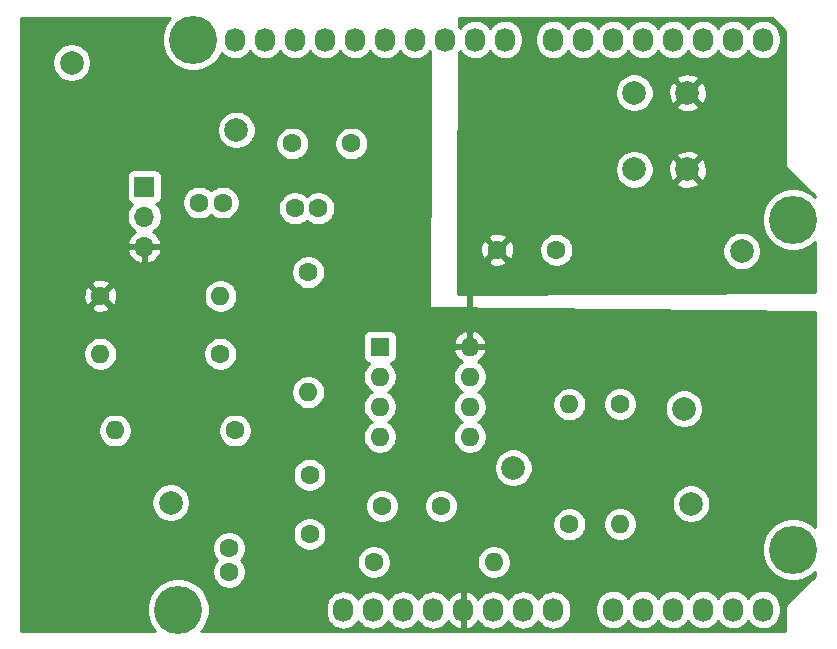
<source format=gbr>
%TF.GenerationSoftware,KiCad,Pcbnew,(5.1.9)-1*%
%TF.CreationDate,2021-05-23T14:15:34+02:00*%
%TF.ProjectId,NewRadar,4e657752-6164-4617-922e-6b696361645f,Radar_1v1.1*%
%TF.SameCoordinates,Original*%
%TF.FileFunction,Copper,L2,Inr*%
%TF.FilePolarity,Positive*%
%FSLAX46Y46*%
G04 Gerber Fmt 4.6, Leading zero omitted, Abs format (unit mm)*
G04 Created by KiCad (PCBNEW (5.1.9)-1) date 2021-05-23 14:15:34*
%MOMM*%
%LPD*%
G01*
G04 APERTURE LIST*
%TA.AperFunction,ComponentPad*%
%ADD10R,1.600000X1.600000*%
%TD*%
%TA.AperFunction,ComponentPad*%
%ADD11O,1.600000X1.600000*%
%TD*%
%TA.AperFunction,ComponentPad*%
%ADD12C,1.600000*%
%TD*%
%TA.AperFunction,ComponentPad*%
%ADD13R,1.700000X1.700000*%
%TD*%
%TA.AperFunction,ComponentPad*%
%ADD14O,1.700000X1.700000*%
%TD*%
%TA.AperFunction,ComponentPad*%
%ADD15O,1.727200X2.032000*%
%TD*%
%TA.AperFunction,ComponentPad*%
%ADD16C,4.064000*%
%TD*%
%TA.AperFunction,ComponentPad*%
%ADD17C,2.000000*%
%TD*%
%TA.AperFunction,Conductor*%
%ADD18C,0.500000*%
%TD*%
%TA.AperFunction,Conductor*%
%ADD19C,0.254000*%
%TD*%
%TA.AperFunction,Conductor*%
%ADD20C,0.100000*%
%TD*%
G04 APERTURE END LIST*
D10*
X142048000Y-101565000D03*
D11*
X149668000Y-109185000D03*
X142048000Y-104105000D03*
X149668000Y-106645000D03*
X142048000Y-106645000D03*
X149668000Y-104105000D03*
X142048000Y-109185000D03*
X149668000Y-101565000D03*
D12*
X135998000Y-95265000D03*
D11*
X135998000Y-105425000D03*
D13*
X122098000Y-88015000D03*
D14*
X122098000Y-90555000D03*
X122098000Y-93095000D03*
D12*
X139648000Y-84365000D03*
X134648000Y-84365000D03*
X147248000Y-115065000D03*
X142248000Y-115065000D03*
D15*
X161798000Y-123825000D03*
X164338000Y-123825000D03*
X166878000Y-123825000D03*
X169418000Y-123825000D03*
X171958000Y-123825000D03*
X174498000Y-123825000D03*
X129794000Y-75565000D03*
X132334000Y-75565000D03*
X134874000Y-75565000D03*
X137414000Y-75565000D03*
X139954000Y-75565000D03*
X142494000Y-75565000D03*
X145034000Y-75565000D03*
X147574000Y-75565000D03*
X150114000Y-75565000D03*
X152654000Y-75565000D03*
X156718000Y-75565000D03*
X159258000Y-75565000D03*
X161798000Y-75565000D03*
X164338000Y-75565000D03*
X166878000Y-75565000D03*
X169418000Y-75565000D03*
X171958000Y-75565000D03*
X174498000Y-75565000D03*
D16*
X124968000Y-123825000D03*
X177038000Y-118745000D03*
X126238000Y-75565000D03*
X177038000Y-90805000D03*
D12*
X136848000Y-89865000D03*
X134848000Y-89865000D03*
X126748000Y-89365000D03*
X128748000Y-89365000D03*
X136098000Y-117415000D03*
X136098000Y-112415000D03*
X129298000Y-118615000D03*
X129298000Y-120615000D03*
X118398000Y-97265000D03*
D11*
X128558000Y-97265000D03*
X118388000Y-102165000D03*
D12*
X128548000Y-102165000D03*
D11*
X119638000Y-108665000D03*
D12*
X129798000Y-108665000D03*
X141538000Y-119815000D03*
D11*
X151698000Y-119815000D03*
X162398000Y-116575000D03*
D12*
X162398000Y-106415000D03*
D17*
X163598000Y-80065000D03*
X168098000Y-80065000D03*
X163598000Y-86565000D03*
X168098000Y-86565000D03*
X129898000Y-83215000D03*
X115948000Y-77515000D03*
X153348000Y-111815000D03*
X168398000Y-114865000D03*
X124348000Y-114765000D03*
X167798000Y-106815000D03*
D12*
X158098000Y-116615000D03*
D11*
X158098000Y-106455000D03*
D15*
X138958000Y-123865000D03*
X141498000Y-123865000D03*
X144038000Y-123865000D03*
X146578000Y-123865000D03*
X149118000Y-123865000D03*
X151658000Y-123865000D03*
X154198000Y-123865000D03*
X156738000Y-123865000D03*
D17*
X172698000Y-93465000D03*
D12*
X151998000Y-93365000D03*
X156998000Y-93365000D03*
D18*
X149118000Y-123865000D02*
X149118000Y-123805000D01*
X149668000Y-95695000D02*
X151998000Y-93365000D01*
X149668000Y-101565000D02*
X149668000Y-95695000D01*
D19*
X176328001Y-74843093D02*
X176328000Y-85944125D01*
X176324565Y-85979000D01*
X176328000Y-86013875D01*
X176328000Y-86013876D01*
X176338273Y-86118183D01*
X176378872Y-86252019D01*
X176444800Y-86375362D01*
X176533525Y-86483474D01*
X176560617Y-86505708D01*
X178868001Y-88813093D01*
X178868001Y-88863294D01*
X178738113Y-88733406D01*
X178301298Y-88441536D01*
X177815935Y-88240492D01*
X177300677Y-88138000D01*
X176775323Y-88138000D01*
X176260065Y-88240492D01*
X175774702Y-88441536D01*
X175337887Y-88733406D01*
X174966406Y-89104887D01*
X174674536Y-89541702D01*
X174473492Y-90027065D01*
X174371000Y-90542323D01*
X174371000Y-91067677D01*
X174473492Y-91582935D01*
X174674536Y-92068298D01*
X174966406Y-92505113D01*
X175337887Y-92876594D01*
X175774702Y-93168464D01*
X176260065Y-93369508D01*
X176775323Y-93472000D01*
X177300677Y-93472000D01*
X177815935Y-93369508D01*
X178301298Y-93168464D01*
X178738113Y-92876594D01*
X178868001Y-92746706D01*
X178868001Y-96941527D01*
X148700132Y-97087383D01*
X148702951Y-94357702D01*
X151184903Y-94357702D01*
X151256486Y-94601671D01*
X151511996Y-94722571D01*
X151786184Y-94791300D01*
X152068512Y-94805217D01*
X152348130Y-94763787D01*
X152614292Y-94668603D01*
X152739514Y-94601671D01*
X152811097Y-94357702D01*
X151998000Y-93544605D01*
X151184903Y-94357702D01*
X148702951Y-94357702D01*
X148703904Y-93435512D01*
X150557783Y-93435512D01*
X150599213Y-93715130D01*
X150694397Y-93981292D01*
X150761329Y-94106514D01*
X151005298Y-94178097D01*
X151818395Y-93365000D01*
X152177605Y-93365000D01*
X152990702Y-94178097D01*
X153234671Y-94106514D01*
X153355571Y-93851004D01*
X153424300Y-93576816D01*
X153438217Y-93294488D01*
X153427724Y-93223665D01*
X155563000Y-93223665D01*
X155563000Y-93506335D01*
X155618147Y-93783574D01*
X155726320Y-94044727D01*
X155883363Y-94279759D01*
X156083241Y-94479637D01*
X156318273Y-94636680D01*
X156579426Y-94744853D01*
X156856665Y-94800000D01*
X157139335Y-94800000D01*
X157416574Y-94744853D01*
X157677727Y-94636680D01*
X157912759Y-94479637D01*
X158112637Y-94279759D01*
X158269680Y-94044727D01*
X158377853Y-93783574D01*
X158433000Y-93506335D01*
X158433000Y-93303967D01*
X171063000Y-93303967D01*
X171063000Y-93626033D01*
X171125832Y-93941912D01*
X171249082Y-94239463D01*
X171428013Y-94507252D01*
X171655748Y-94734987D01*
X171923537Y-94913918D01*
X172221088Y-95037168D01*
X172536967Y-95100000D01*
X172859033Y-95100000D01*
X173174912Y-95037168D01*
X173472463Y-94913918D01*
X173740252Y-94734987D01*
X173967987Y-94507252D01*
X174146918Y-94239463D01*
X174270168Y-93941912D01*
X174333000Y-93626033D01*
X174333000Y-93303967D01*
X174270168Y-92988088D01*
X174146918Y-92690537D01*
X173967987Y-92422748D01*
X173740252Y-92195013D01*
X173472463Y-92016082D01*
X173174912Y-91892832D01*
X172859033Y-91830000D01*
X172536967Y-91830000D01*
X172221088Y-91892832D01*
X171923537Y-92016082D01*
X171655748Y-92195013D01*
X171428013Y-92422748D01*
X171249082Y-92690537D01*
X171125832Y-92988088D01*
X171063000Y-93303967D01*
X158433000Y-93303967D01*
X158433000Y-93223665D01*
X158377853Y-92946426D01*
X158269680Y-92685273D01*
X158112637Y-92450241D01*
X157912759Y-92250363D01*
X157677727Y-92093320D01*
X157416574Y-91985147D01*
X157139335Y-91930000D01*
X156856665Y-91930000D01*
X156579426Y-91985147D01*
X156318273Y-92093320D01*
X156083241Y-92250363D01*
X155883363Y-92450241D01*
X155726320Y-92685273D01*
X155618147Y-92946426D01*
X155563000Y-93223665D01*
X153427724Y-93223665D01*
X153396787Y-93014870D01*
X153301603Y-92748708D01*
X153234671Y-92623486D01*
X152990702Y-92551903D01*
X152177605Y-93365000D01*
X151818395Y-93365000D01*
X151005298Y-92551903D01*
X150761329Y-92623486D01*
X150640429Y-92878996D01*
X150571700Y-93153184D01*
X150557783Y-93435512D01*
X148703904Y-93435512D01*
X148705002Y-92372298D01*
X151184903Y-92372298D01*
X151998000Y-93185395D01*
X152811097Y-92372298D01*
X152739514Y-92128329D01*
X152484004Y-92007429D01*
X152209816Y-91938700D01*
X151927488Y-91924783D01*
X151647870Y-91966213D01*
X151381708Y-92061397D01*
X151256486Y-92128329D01*
X151184903Y-92372298D01*
X148705002Y-92372298D01*
X148711167Y-86403967D01*
X161963000Y-86403967D01*
X161963000Y-86726033D01*
X162025832Y-87041912D01*
X162149082Y-87339463D01*
X162328013Y-87607252D01*
X162555748Y-87834987D01*
X162823537Y-88013918D01*
X163121088Y-88137168D01*
X163436967Y-88200000D01*
X163759033Y-88200000D01*
X164074912Y-88137168D01*
X164372463Y-88013918D01*
X164640252Y-87834987D01*
X164774826Y-87700413D01*
X167142192Y-87700413D01*
X167237956Y-87964814D01*
X167527571Y-88105704D01*
X167839108Y-88187384D01*
X168160595Y-88206718D01*
X168479675Y-88162961D01*
X168784088Y-88057795D01*
X168958044Y-87964814D01*
X169053808Y-87700413D01*
X168098000Y-86744605D01*
X167142192Y-87700413D01*
X164774826Y-87700413D01*
X164867987Y-87607252D01*
X165046918Y-87339463D01*
X165170168Y-87041912D01*
X165233000Y-86726033D01*
X165233000Y-86627595D01*
X166456282Y-86627595D01*
X166500039Y-86946675D01*
X166605205Y-87251088D01*
X166698186Y-87425044D01*
X166962587Y-87520808D01*
X167918395Y-86565000D01*
X168277605Y-86565000D01*
X169233413Y-87520808D01*
X169497814Y-87425044D01*
X169638704Y-87135429D01*
X169720384Y-86823892D01*
X169739718Y-86502405D01*
X169695961Y-86183325D01*
X169590795Y-85878912D01*
X169497814Y-85704956D01*
X169233413Y-85609192D01*
X168277605Y-86565000D01*
X167918395Y-86565000D01*
X166962587Y-85609192D01*
X166698186Y-85704956D01*
X166557296Y-85994571D01*
X166475616Y-86306108D01*
X166456282Y-86627595D01*
X165233000Y-86627595D01*
X165233000Y-86403967D01*
X165170168Y-86088088D01*
X165046918Y-85790537D01*
X164867987Y-85522748D01*
X164774826Y-85429587D01*
X167142192Y-85429587D01*
X168098000Y-86385395D01*
X169053808Y-85429587D01*
X168958044Y-85165186D01*
X168668429Y-85024296D01*
X168356892Y-84942616D01*
X168035405Y-84923282D01*
X167716325Y-84967039D01*
X167411912Y-85072205D01*
X167237956Y-85165186D01*
X167142192Y-85429587D01*
X164774826Y-85429587D01*
X164640252Y-85295013D01*
X164372463Y-85116082D01*
X164074912Y-84992832D01*
X163759033Y-84930000D01*
X163436967Y-84930000D01*
X163121088Y-84992832D01*
X162823537Y-85116082D01*
X162555748Y-85295013D01*
X162328013Y-85522748D01*
X162149082Y-85790537D01*
X162025832Y-86088088D01*
X161963000Y-86403967D01*
X148711167Y-86403967D01*
X148717882Y-79903967D01*
X161963000Y-79903967D01*
X161963000Y-80226033D01*
X162025832Y-80541912D01*
X162149082Y-80839463D01*
X162328013Y-81107252D01*
X162555748Y-81334987D01*
X162823537Y-81513918D01*
X163121088Y-81637168D01*
X163436967Y-81700000D01*
X163759033Y-81700000D01*
X164074912Y-81637168D01*
X164372463Y-81513918D01*
X164640252Y-81334987D01*
X164774826Y-81200413D01*
X167142192Y-81200413D01*
X167237956Y-81464814D01*
X167527571Y-81605704D01*
X167839108Y-81687384D01*
X168160595Y-81706718D01*
X168479675Y-81662961D01*
X168784088Y-81557795D01*
X168958044Y-81464814D01*
X169053808Y-81200413D01*
X168098000Y-80244605D01*
X167142192Y-81200413D01*
X164774826Y-81200413D01*
X164867987Y-81107252D01*
X165046918Y-80839463D01*
X165170168Y-80541912D01*
X165233000Y-80226033D01*
X165233000Y-80127595D01*
X166456282Y-80127595D01*
X166500039Y-80446675D01*
X166605205Y-80751088D01*
X166698186Y-80925044D01*
X166962587Y-81020808D01*
X167918395Y-80065000D01*
X168277605Y-80065000D01*
X169233413Y-81020808D01*
X169497814Y-80925044D01*
X169638704Y-80635429D01*
X169720384Y-80323892D01*
X169739718Y-80002405D01*
X169695961Y-79683325D01*
X169590795Y-79378912D01*
X169497814Y-79204956D01*
X169233413Y-79109192D01*
X168277605Y-80065000D01*
X167918395Y-80065000D01*
X166962587Y-79109192D01*
X166698186Y-79204956D01*
X166557296Y-79494571D01*
X166475616Y-79806108D01*
X166456282Y-80127595D01*
X165233000Y-80127595D01*
X165233000Y-79903967D01*
X165170168Y-79588088D01*
X165046918Y-79290537D01*
X164867987Y-79022748D01*
X164774826Y-78929587D01*
X167142192Y-78929587D01*
X168098000Y-79885395D01*
X169053808Y-78929587D01*
X168958044Y-78665186D01*
X168668429Y-78524296D01*
X168356892Y-78442616D01*
X168035405Y-78423282D01*
X167716325Y-78467039D01*
X167411912Y-78572205D01*
X167237956Y-78665186D01*
X167142192Y-78929587D01*
X164774826Y-78929587D01*
X164640252Y-78795013D01*
X164372463Y-78616082D01*
X164074912Y-78492832D01*
X163759033Y-78430000D01*
X163436967Y-78430000D01*
X163121088Y-78492832D01*
X162823537Y-78616082D01*
X162555748Y-78795013D01*
X162328013Y-79022748D01*
X162149082Y-79290537D01*
X162025832Y-79588088D01*
X161963000Y-79903967D01*
X148717882Y-79903967D01*
X148721212Y-76681774D01*
X148826069Y-76554006D01*
X148844000Y-76520459D01*
X148861931Y-76554006D01*
X149049203Y-76782197D01*
X149277395Y-76969469D01*
X149537737Y-77108625D01*
X149820224Y-77194316D01*
X150114000Y-77223251D01*
X150407777Y-77194316D01*
X150690264Y-77108625D01*
X150950606Y-76969469D01*
X151178797Y-76782197D01*
X151366069Y-76554006D01*
X151384000Y-76520459D01*
X151401931Y-76554006D01*
X151589203Y-76782197D01*
X151817395Y-76969469D01*
X152077737Y-77108625D01*
X152360224Y-77194316D01*
X152654000Y-77223251D01*
X152947777Y-77194316D01*
X153230264Y-77108625D01*
X153490606Y-76969469D01*
X153718797Y-76782197D01*
X153906069Y-76554006D01*
X154045225Y-76293663D01*
X154130916Y-76011176D01*
X154152600Y-75791018D01*
X154152600Y-75338982D01*
X155219400Y-75338982D01*
X155219400Y-75791019D01*
X155241084Y-76011177D01*
X155326775Y-76293664D01*
X155465931Y-76554006D01*
X155653203Y-76782197D01*
X155881395Y-76969469D01*
X156141737Y-77108625D01*
X156424224Y-77194316D01*
X156718000Y-77223251D01*
X157011777Y-77194316D01*
X157294264Y-77108625D01*
X157554606Y-76969469D01*
X157782797Y-76782197D01*
X157970069Y-76554006D01*
X157988000Y-76520459D01*
X158005931Y-76554006D01*
X158193203Y-76782197D01*
X158421395Y-76969469D01*
X158681737Y-77108625D01*
X158964224Y-77194316D01*
X159258000Y-77223251D01*
X159551777Y-77194316D01*
X159834264Y-77108625D01*
X160094606Y-76969469D01*
X160322797Y-76782197D01*
X160510069Y-76554006D01*
X160528000Y-76520459D01*
X160545931Y-76554006D01*
X160733203Y-76782197D01*
X160961395Y-76969469D01*
X161221737Y-77108625D01*
X161504224Y-77194316D01*
X161798000Y-77223251D01*
X162091777Y-77194316D01*
X162374264Y-77108625D01*
X162634606Y-76969469D01*
X162862797Y-76782197D01*
X163050069Y-76554006D01*
X163068000Y-76520459D01*
X163085931Y-76554006D01*
X163273203Y-76782197D01*
X163501395Y-76969469D01*
X163761737Y-77108625D01*
X164044224Y-77194316D01*
X164338000Y-77223251D01*
X164631777Y-77194316D01*
X164914264Y-77108625D01*
X165174606Y-76969469D01*
X165402797Y-76782197D01*
X165590069Y-76554006D01*
X165608000Y-76520459D01*
X165625931Y-76554006D01*
X165813203Y-76782197D01*
X166041395Y-76969469D01*
X166301737Y-77108625D01*
X166584224Y-77194316D01*
X166878000Y-77223251D01*
X167171777Y-77194316D01*
X167454264Y-77108625D01*
X167714606Y-76969469D01*
X167942797Y-76782197D01*
X168130069Y-76554006D01*
X168148000Y-76520459D01*
X168165931Y-76554006D01*
X168353203Y-76782197D01*
X168581395Y-76969469D01*
X168841737Y-77108625D01*
X169124224Y-77194316D01*
X169418000Y-77223251D01*
X169711777Y-77194316D01*
X169994264Y-77108625D01*
X170254606Y-76969469D01*
X170482797Y-76782197D01*
X170670069Y-76554006D01*
X170688000Y-76520459D01*
X170705931Y-76554006D01*
X170893203Y-76782197D01*
X171121395Y-76969469D01*
X171381737Y-77108625D01*
X171664224Y-77194316D01*
X171958000Y-77223251D01*
X172251777Y-77194316D01*
X172534264Y-77108625D01*
X172794606Y-76969469D01*
X173022797Y-76782197D01*
X173210069Y-76554006D01*
X173228000Y-76520459D01*
X173245931Y-76554006D01*
X173433203Y-76782197D01*
X173661395Y-76969469D01*
X173921737Y-77108625D01*
X174204224Y-77194316D01*
X174498000Y-77223251D01*
X174791777Y-77194316D01*
X175074264Y-77108625D01*
X175334606Y-76969469D01*
X175562797Y-76782197D01*
X175750069Y-76554006D01*
X175889225Y-76293663D01*
X175974916Y-76011176D01*
X175996600Y-75791018D01*
X175996600Y-75338981D01*
X175974916Y-75118823D01*
X175889225Y-74836336D01*
X175750069Y-74575994D01*
X175562797Y-74347803D01*
X175334605Y-74160531D01*
X175074263Y-74021375D01*
X174791776Y-73935684D01*
X174498000Y-73906749D01*
X174204223Y-73935684D01*
X173921736Y-74021375D01*
X173661394Y-74160531D01*
X173433203Y-74347803D01*
X173245931Y-74575995D01*
X173228000Y-74609541D01*
X173210069Y-74575994D01*
X173022797Y-74347803D01*
X172794605Y-74160531D01*
X172534263Y-74021375D01*
X172251776Y-73935684D01*
X171958000Y-73906749D01*
X171664223Y-73935684D01*
X171381736Y-74021375D01*
X171121394Y-74160531D01*
X170893203Y-74347803D01*
X170705931Y-74575995D01*
X170688000Y-74609541D01*
X170670069Y-74575994D01*
X170482797Y-74347803D01*
X170254605Y-74160531D01*
X169994263Y-74021375D01*
X169711776Y-73935684D01*
X169418000Y-73906749D01*
X169124223Y-73935684D01*
X168841736Y-74021375D01*
X168581394Y-74160531D01*
X168353203Y-74347803D01*
X168165931Y-74575995D01*
X168148000Y-74609541D01*
X168130069Y-74575994D01*
X167942797Y-74347803D01*
X167714605Y-74160531D01*
X167454263Y-74021375D01*
X167171776Y-73935684D01*
X166878000Y-73906749D01*
X166584223Y-73935684D01*
X166301736Y-74021375D01*
X166041394Y-74160531D01*
X165813203Y-74347803D01*
X165625931Y-74575995D01*
X165608000Y-74609541D01*
X165590069Y-74575994D01*
X165402797Y-74347803D01*
X165174605Y-74160531D01*
X164914263Y-74021375D01*
X164631776Y-73935684D01*
X164338000Y-73906749D01*
X164044223Y-73935684D01*
X163761736Y-74021375D01*
X163501394Y-74160531D01*
X163273203Y-74347803D01*
X163085931Y-74575995D01*
X163068000Y-74609541D01*
X163050069Y-74575994D01*
X162862797Y-74347803D01*
X162634605Y-74160531D01*
X162374263Y-74021375D01*
X162091776Y-73935684D01*
X161798000Y-73906749D01*
X161504223Y-73935684D01*
X161221736Y-74021375D01*
X160961394Y-74160531D01*
X160733203Y-74347803D01*
X160545931Y-74575995D01*
X160528000Y-74609541D01*
X160510069Y-74575994D01*
X160322797Y-74347803D01*
X160094605Y-74160531D01*
X159834263Y-74021375D01*
X159551776Y-73935684D01*
X159258000Y-73906749D01*
X158964223Y-73935684D01*
X158681736Y-74021375D01*
X158421394Y-74160531D01*
X158193203Y-74347803D01*
X158005931Y-74575995D01*
X157988000Y-74609541D01*
X157970069Y-74575994D01*
X157782797Y-74347803D01*
X157554605Y-74160531D01*
X157294263Y-74021375D01*
X157011776Y-73935684D01*
X156718000Y-73906749D01*
X156424223Y-73935684D01*
X156141736Y-74021375D01*
X155881394Y-74160531D01*
X155653203Y-74347803D01*
X155465931Y-74575995D01*
X155326775Y-74836337D01*
X155241084Y-75118824D01*
X155219400Y-75338982D01*
X154152600Y-75338982D01*
X154152600Y-75338981D01*
X154130916Y-75118823D01*
X154045225Y-74836336D01*
X153906069Y-74575994D01*
X153718797Y-74347803D01*
X153490605Y-74160531D01*
X153230263Y-74021375D01*
X152947776Y-73935684D01*
X152654000Y-73906749D01*
X152360223Y-73935684D01*
X152077736Y-74021375D01*
X151817394Y-74160531D01*
X151589203Y-74347803D01*
X151401931Y-74575995D01*
X151384000Y-74609541D01*
X151366069Y-74575994D01*
X151178797Y-74347803D01*
X150950605Y-74160531D01*
X150690263Y-74021375D01*
X150407776Y-73935684D01*
X150114000Y-73906749D01*
X149820223Y-73935684D01*
X149537736Y-74021375D01*
X149277394Y-74160531D01*
X149049203Y-74347803D01*
X148861931Y-74575995D01*
X148844000Y-74609541D01*
X148826069Y-74575994D01*
X148723517Y-74451034D01*
X148724256Y-73735000D01*
X175219909Y-73735000D01*
X176328001Y-74843093D01*
%TA.AperFunction,Conductor*%
D20*
G36*
X176328001Y-74843093D02*
G01*
X176328000Y-85944125D01*
X176324565Y-85979000D01*
X176328000Y-86013875D01*
X176328000Y-86013876D01*
X176338273Y-86118183D01*
X176378872Y-86252019D01*
X176444800Y-86375362D01*
X176533525Y-86483474D01*
X176560617Y-86505708D01*
X178868001Y-88813093D01*
X178868001Y-88863294D01*
X178738113Y-88733406D01*
X178301298Y-88441536D01*
X177815935Y-88240492D01*
X177300677Y-88138000D01*
X176775323Y-88138000D01*
X176260065Y-88240492D01*
X175774702Y-88441536D01*
X175337887Y-88733406D01*
X174966406Y-89104887D01*
X174674536Y-89541702D01*
X174473492Y-90027065D01*
X174371000Y-90542323D01*
X174371000Y-91067677D01*
X174473492Y-91582935D01*
X174674536Y-92068298D01*
X174966406Y-92505113D01*
X175337887Y-92876594D01*
X175774702Y-93168464D01*
X176260065Y-93369508D01*
X176775323Y-93472000D01*
X177300677Y-93472000D01*
X177815935Y-93369508D01*
X178301298Y-93168464D01*
X178738113Y-92876594D01*
X178868001Y-92746706D01*
X178868001Y-96941527D01*
X148700132Y-97087383D01*
X148702951Y-94357702D01*
X151184903Y-94357702D01*
X151256486Y-94601671D01*
X151511996Y-94722571D01*
X151786184Y-94791300D01*
X152068512Y-94805217D01*
X152348130Y-94763787D01*
X152614292Y-94668603D01*
X152739514Y-94601671D01*
X152811097Y-94357702D01*
X151998000Y-93544605D01*
X151184903Y-94357702D01*
X148702951Y-94357702D01*
X148703904Y-93435512D01*
X150557783Y-93435512D01*
X150599213Y-93715130D01*
X150694397Y-93981292D01*
X150761329Y-94106514D01*
X151005298Y-94178097D01*
X151818395Y-93365000D01*
X152177605Y-93365000D01*
X152990702Y-94178097D01*
X153234671Y-94106514D01*
X153355571Y-93851004D01*
X153424300Y-93576816D01*
X153438217Y-93294488D01*
X153427724Y-93223665D01*
X155563000Y-93223665D01*
X155563000Y-93506335D01*
X155618147Y-93783574D01*
X155726320Y-94044727D01*
X155883363Y-94279759D01*
X156083241Y-94479637D01*
X156318273Y-94636680D01*
X156579426Y-94744853D01*
X156856665Y-94800000D01*
X157139335Y-94800000D01*
X157416574Y-94744853D01*
X157677727Y-94636680D01*
X157912759Y-94479637D01*
X158112637Y-94279759D01*
X158269680Y-94044727D01*
X158377853Y-93783574D01*
X158433000Y-93506335D01*
X158433000Y-93303967D01*
X171063000Y-93303967D01*
X171063000Y-93626033D01*
X171125832Y-93941912D01*
X171249082Y-94239463D01*
X171428013Y-94507252D01*
X171655748Y-94734987D01*
X171923537Y-94913918D01*
X172221088Y-95037168D01*
X172536967Y-95100000D01*
X172859033Y-95100000D01*
X173174912Y-95037168D01*
X173472463Y-94913918D01*
X173740252Y-94734987D01*
X173967987Y-94507252D01*
X174146918Y-94239463D01*
X174270168Y-93941912D01*
X174333000Y-93626033D01*
X174333000Y-93303967D01*
X174270168Y-92988088D01*
X174146918Y-92690537D01*
X173967987Y-92422748D01*
X173740252Y-92195013D01*
X173472463Y-92016082D01*
X173174912Y-91892832D01*
X172859033Y-91830000D01*
X172536967Y-91830000D01*
X172221088Y-91892832D01*
X171923537Y-92016082D01*
X171655748Y-92195013D01*
X171428013Y-92422748D01*
X171249082Y-92690537D01*
X171125832Y-92988088D01*
X171063000Y-93303967D01*
X158433000Y-93303967D01*
X158433000Y-93223665D01*
X158377853Y-92946426D01*
X158269680Y-92685273D01*
X158112637Y-92450241D01*
X157912759Y-92250363D01*
X157677727Y-92093320D01*
X157416574Y-91985147D01*
X157139335Y-91930000D01*
X156856665Y-91930000D01*
X156579426Y-91985147D01*
X156318273Y-92093320D01*
X156083241Y-92250363D01*
X155883363Y-92450241D01*
X155726320Y-92685273D01*
X155618147Y-92946426D01*
X155563000Y-93223665D01*
X153427724Y-93223665D01*
X153396787Y-93014870D01*
X153301603Y-92748708D01*
X153234671Y-92623486D01*
X152990702Y-92551903D01*
X152177605Y-93365000D01*
X151818395Y-93365000D01*
X151005298Y-92551903D01*
X150761329Y-92623486D01*
X150640429Y-92878996D01*
X150571700Y-93153184D01*
X150557783Y-93435512D01*
X148703904Y-93435512D01*
X148705002Y-92372298D01*
X151184903Y-92372298D01*
X151998000Y-93185395D01*
X152811097Y-92372298D01*
X152739514Y-92128329D01*
X152484004Y-92007429D01*
X152209816Y-91938700D01*
X151927488Y-91924783D01*
X151647870Y-91966213D01*
X151381708Y-92061397D01*
X151256486Y-92128329D01*
X151184903Y-92372298D01*
X148705002Y-92372298D01*
X148711167Y-86403967D01*
X161963000Y-86403967D01*
X161963000Y-86726033D01*
X162025832Y-87041912D01*
X162149082Y-87339463D01*
X162328013Y-87607252D01*
X162555748Y-87834987D01*
X162823537Y-88013918D01*
X163121088Y-88137168D01*
X163436967Y-88200000D01*
X163759033Y-88200000D01*
X164074912Y-88137168D01*
X164372463Y-88013918D01*
X164640252Y-87834987D01*
X164774826Y-87700413D01*
X167142192Y-87700413D01*
X167237956Y-87964814D01*
X167527571Y-88105704D01*
X167839108Y-88187384D01*
X168160595Y-88206718D01*
X168479675Y-88162961D01*
X168784088Y-88057795D01*
X168958044Y-87964814D01*
X169053808Y-87700413D01*
X168098000Y-86744605D01*
X167142192Y-87700413D01*
X164774826Y-87700413D01*
X164867987Y-87607252D01*
X165046918Y-87339463D01*
X165170168Y-87041912D01*
X165233000Y-86726033D01*
X165233000Y-86627595D01*
X166456282Y-86627595D01*
X166500039Y-86946675D01*
X166605205Y-87251088D01*
X166698186Y-87425044D01*
X166962587Y-87520808D01*
X167918395Y-86565000D01*
X168277605Y-86565000D01*
X169233413Y-87520808D01*
X169497814Y-87425044D01*
X169638704Y-87135429D01*
X169720384Y-86823892D01*
X169739718Y-86502405D01*
X169695961Y-86183325D01*
X169590795Y-85878912D01*
X169497814Y-85704956D01*
X169233413Y-85609192D01*
X168277605Y-86565000D01*
X167918395Y-86565000D01*
X166962587Y-85609192D01*
X166698186Y-85704956D01*
X166557296Y-85994571D01*
X166475616Y-86306108D01*
X166456282Y-86627595D01*
X165233000Y-86627595D01*
X165233000Y-86403967D01*
X165170168Y-86088088D01*
X165046918Y-85790537D01*
X164867987Y-85522748D01*
X164774826Y-85429587D01*
X167142192Y-85429587D01*
X168098000Y-86385395D01*
X169053808Y-85429587D01*
X168958044Y-85165186D01*
X168668429Y-85024296D01*
X168356892Y-84942616D01*
X168035405Y-84923282D01*
X167716325Y-84967039D01*
X167411912Y-85072205D01*
X167237956Y-85165186D01*
X167142192Y-85429587D01*
X164774826Y-85429587D01*
X164640252Y-85295013D01*
X164372463Y-85116082D01*
X164074912Y-84992832D01*
X163759033Y-84930000D01*
X163436967Y-84930000D01*
X163121088Y-84992832D01*
X162823537Y-85116082D01*
X162555748Y-85295013D01*
X162328013Y-85522748D01*
X162149082Y-85790537D01*
X162025832Y-86088088D01*
X161963000Y-86403967D01*
X148711167Y-86403967D01*
X148717882Y-79903967D01*
X161963000Y-79903967D01*
X161963000Y-80226033D01*
X162025832Y-80541912D01*
X162149082Y-80839463D01*
X162328013Y-81107252D01*
X162555748Y-81334987D01*
X162823537Y-81513918D01*
X163121088Y-81637168D01*
X163436967Y-81700000D01*
X163759033Y-81700000D01*
X164074912Y-81637168D01*
X164372463Y-81513918D01*
X164640252Y-81334987D01*
X164774826Y-81200413D01*
X167142192Y-81200413D01*
X167237956Y-81464814D01*
X167527571Y-81605704D01*
X167839108Y-81687384D01*
X168160595Y-81706718D01*
X168479675Y-81662961D01*
X168784088Y-81557795D01*
X168958044Y-81464814D01*
X169053808Y-81200413D01*
X168098000Y-80244605D01*
X167142192Y-81200413D01*
X164774826Y-81200413D01*
X164867987Y-81107252D01*
X165046918Y-80839463D01*
X165170168Y-80541912D01*
X165233000Y-80226033D01*
X165233000Y-80127595D01*
X166456282Y-80127595D01*
X166500039Y-80446675D01*
X166605205Y-80751088D01*
X166698186Y-80925044D01*
X166962587Y-81020808D01*
X167918395Y-80065000D01*
X168277605Y-80065000D01*
X169233413Y-81020808D01*
X169497814Y-80925044D01*
X169638704Y-80635429D01*
X169720384Y-80323892D01*
X169739718Y-80002405D01*
X169695961Y-79683325D01*
X169590795Y-79378912D01*
X169497814Y-79204956D01*
X169233413Y-79109192D01*
X168277605Y-80065000D01*
X167918395Y-80065000D01*
X166962587Y-79109192D01*
X166698186Y-79204956D01*
X166557296Y-79494571D01*
X166475616Y-79806108D01*
X166456282Y-80127595D01*
X165233000Y-80127595D01*
X165233000Y-79903967D01*
X165170168Y-79588088D01*
X165046918Y-79290537D01*
X164867987Y-79022748D01*
X164774826Y-78929587D01*
X167142192Y-78929587D01*
X168098000Y-79885395D01*
X169053808Y-78929587D01*
X168958044Y-78665186D01*
X168668429Y-78524296D01*
X168356892Y-78442616D01*
X168035405Y-78423282D01*
X167716325Y-78467039D01*
X167411912Y-78572205D01*
X167237956Y-78665186D01*
X167142192Y-78929587D01*
X164774826Y-78929587D01*
X164640252Y-78795013D01*
X164372463Y-78616082D01*
X164074912Y-78492832D01*
X163759033Y-78430000D01*
X163436967Y-78430000D01*
X163121088Y-78492832D01*
X162823537Y-78616082D01*
X162555748Y-78795013D01*
X162328013Y-79022748D01*
X162149082Y-79290537D01*
X162025832Y-79588088D01*
X161963000Y-79903967D01*
X148717882Y-79903967D01*
X148721212Y-76681774D01*
X148826069Y-76554006D01*
X148844000Y-76520459D01*
X148861931Y-76554006D01*
X149049203Y-76782197D01*
X149277395Y-76969469D01*
X149537737Y-77108625D01*
X149820224Y-77194316D01*
X150114000Y-77223251D01*
X150407777Y-77194316D01*
X150690264Y-77108625D01*
X150950606Y-76969469D01*
X151178797Y-76782197D01*
X151366069Y-76554006D01*
X151384000Y-76520459D01*
X151401931Y-76554006D01*
X151589203Y-76782197D01*
X151817395Y-76969469D01*
X152077737Y-77108625D01*
X152360224Y-77194316D01*
X152654000Y-77223251D01*
X152947777Y-77194316D01*
X153230264Y-77108625D01*
X153490606Y-76969469D01*
X153718797Y-76782197D01*
X153906069Y-76554006D01*
X154045225Y-76293663D01*
X154130916Y-76011176D01*
X154152600Y-75791018D01*
X154152600Y-75338982D01*
X155219400Y-75338982D01*
X155219400Y-75791019D01*
X155241084Y-76011177D01*
X155326775Y-76293664D01*
X155465931Y-76554006D01*
X155653203Y-76782197D01*
X155881395Y-76969469D01*
X156141737Y-77108625D01*
X156424224Y-77194316D01*
X156718000Y-77223251D01*
X157011777Y-77194316D01*
X157294264Y-77108625D01*
X157554606Y-76969469D01*
X157782797Y-76782197D01*
X157970069Y-76554006D01*
X157988000Y-76520459D01*
X158005931Y-76554006D01*
X158193203Y-76782197D01*
X158421395Y-76969469D01*
X158681737Y-77108625D01*
X158964224Y-77194316D01*
X159258000Y-77223251D01*
X159551777Y-77194316D01*
X159834264Y-77108625D01*
X160094606Y-76969469D01*
X160322797Y-76782197D01*
X160510069Y-76554006D01*
X160528000Y-76520459D01*
X160545931Y-76554006D01*
X160733203Y-76782197D01*
X160961395Y-76969469D01*
X161221737Y-77108625D01*
X161504224Y-77194316D01*
X161798000Y-77223251D01*
X162091777Y-77194316D01*
X162374264Y-77108625D01*
X162634606Y-76969469D01*
X162862797Y-76782197D01*
X163050069Y-76554006D01*
X163068000Y-76520459D01*
X163085931Y-76554006D01*
X163273203Y-76782197D01*
X163501395Y-76969469D01*
X163761737Y-77108625D01*
X164044224Y-77194316D01*
X164338000Y-77223251D01*
X164631777Y-77194316D01*
X164914264Y-77108625D01*
X165174606Y-76969469D01*
X165402797Y-76782197D01*
X165590069Y-76554006D01*
X165608000Y-76520459D01*
X165625931Y-76554006D01*
X165813203Y-76782197D01*
X166041395Y-76969469D01*
X166301737Y-77108625D01*
X166584224Y-77194316D01*
X166878000Y-77223251D01*
X167171777Y-77194316D01*
X167454264Y-77108625D01*
X167714606Y-76969469D01*
X167942797Y-76782197D01*
X168130069Y-76554006D01*
X168148000Y-76520459D01*
X168165931Y-76554006D01*
X168353203Y-76782197D01*
X168581395Y-76969469D01*
X168841737Y-77108625D01*
X169124224Y-77194316D01*
X169418000Y-77223251D01*
X169711777Y-77194316D01*
X169994264Y-77108625D01*
X170254606Y-76969469D01*
X170482797Y-76782197D01*
X170670069Y-76554006D01*
X170688000Y-76520459D01*
X170705931Y-76554006D01*
X170893203Y-76782197D01*
X171121395Y-76969469D01*
X171381737Y-77108625D01*
X171664224Y-77194316D01*
X171958000Y-77223251D01*
X172251777Y-77194316D01*
X172534264Y-77108625D01*
X172794606Y-76969469D01*
X173022797Y-76782197D01*
X173210069Y-76554006D01*
X173228000Y-76520459D01*
X173245931Y-76554006D01*
X173433203Y-76782197D01*
X173661395Y-76969469D01*
X173921737Y-77108625D01*
X174204224Y-77194316D01*
X174498000Y-77223251D01*
X174791777Y-77194316D01*
X175074264Y-77108625D01*
X175334606Y-76969469D01*
X175562797Y-76782197D01*
X175750069Y-76554006D01*
X175889225Y-76293663D01*
X175974916Y-76011176D01*
X175996600Y-75791018D01*
X175996600Y-75338981D01*
X175974916Y-75118823D01*
X175889225Y-74836336D01*
X175750069Y-74575994D01*
X175562797Y-74347803D01*
X175334605Y-74160531D01*
X175074263Y-74021375D01*
X174791776Y-73935684D01*
X174498000Y-73906749D01*
X174204223Y-73935684D01*
X173921736Y-74021375D01*
X173661394Y-74160531D01*
X173433203Y-74347803D01*
X173245931Y-74575995D01*
X173228000Y-74609541D01*
X173210069Y-74575994D01*
X173022797Y-74347803D01*
X172794605Y-74160531D01*
X172534263Y-74021375D01*
X172251776Y-73935684D01*
X171958000Y-73906749D01*
X171664223Y-73935684D01*
X171381736Y-74021375D01*
X171121394Y-74160531D01*
X170893203Y-74347803D01*
X170705931Y-74575995D01*
X170688000Y-74609541D01*
X170670069Y-74575994D01*
X170482797Y-74347803D01*
X170254605Y-74160531D01*
X169994263Y-74021375D01*
X169711776Y-73935684D01*
X169418000Y-73906749D01*
X169124223Y-73935684D01*
X168841736Y-74021375D01*
X168581394Y-74160531D01*
X168353203Y-74347803D01*
X168165931Y-74575995D01*
X168148000Y-74609541D01*
X168130069Y-74575994D01*
X167942797Y-74347803D01*
X167714605Y-74160531D01*
X167454263Y-74021375D01*
X167171776Y-73935684D01*
X166878000Y-73906749D01*
X166584223Y-73935684D01*
X166301736Y-74021375D01*
X166041394Y-74160531D01*
X165813203Y-74347803D01*
X165625931Y-74575995D01*
X165608000Y-74609541D01*
X165590069Y-74575994D01*
X165402797Y-74347803D01*
X165174605Y-74160531D01*
X164914263Y-74021375D01*
X164631776Y-73935684D01*
X164338000Y-73906749D01*
X164044223Y-73935684D01*
X163761736Y-74021375D01*
X163501394Y-74160531D01*
X163273203Y-74347803D01*
X163085931Y-74575995D01*
X163068000Y-74609541D01*
X163050069Y-74575994D01*
X162862797Y-74347803D01*
X162634605Y-74160531D01*
X162374263Y-74021375D01*
X162091776Y-73935684D01*
X161798000Y-73906749D01*
X161504223Y-73935684D01*
X161221736Y-74021375D01*
X160961394Y-74160531D01*
X160733203Y-74347803D01*
X160545931Y-74575995D01*
X160528000Y-74609541D01*
X160510069Y-74575994D01*
X160322797Y-74347803D01*
X160094605Y-74160531D01*
X159834263Y-74021375D01*
X159551776Y-73935684D01*
X159258000Y-73906749D01*
X158964223Y-73935684D01*
X158681736Y-74021375D01*
X158421394Y-74160531D01*
X158193203Y-74347803D01*
X158005931Y-74575995D01*
X157988000Y-74609541D01*
X157970069Y-74575994D01*
X157782797Y-74347803D01*
X157554605Y-74160531D01*
X157294263Y-74021375D01*
X157011776Y-73935684D01*
X156718000Y-73906749D01*
X156424223Y-73935684D01*
X156141736Y-74021375D01*
X155881394Y-74160531D01*
X155653203Y-74347803D01*
X155465931Y-74575995D01*
X155326775Y-74836337D01*
X155241084Y-75118824D01*
X155219400Y-75338982D01*
X154152600Y-75338982D01*
X154152600Y-75338981D01*
X154130916Y-75118823D01*
X154045225Y-74836336D01*
X153906069Y-74575994D01*
X153718797Y-74347803D01*
X153490605Y-74160531D01*
X153230263Y-74021375D01*
X152947776Y-73935684D01*
X152654000Y-73906749D01*
X152360223Y-73935684D01*
X152077736Y-74021375D01*
X151817394Y-74160531D01*
X151589203Y-74347803D01*
X151401931Y-74575995D01*
X151384000Y-74609541D01*
X151366069Y-74575994D01*
X151178797Y-74347803D01*
X150950605Y-74160531D01*
X150690263Y-74021375D01*
X150407776Y-73935684D01*
X150114000Y-73906749D01*
X149820223Y-73935684D01*
X149537736Y-74021375D01*
X149277394Y-74160531D01*
X149049203Y-74347803D01*
X148861931Y-74575995D01*
X148844000Y-74609541D01*
X148826069Y-74575994D01*
X148723517Y-74451034D01*
X148724256Y-73735000D01*
X175219909Y-73735000D01*
X176328001Y-74843093D01*
G37*
%TD.AperFunction*%
D19*
X124166406Y-73864887D02*
X123874536Y-74301702D01*
X123673492Y-74787065D01*
X123571000Y-75302323D01*
X123571000Y-75827677D01*
X123673492Y-76342935D01*
X123874536Y-76828298D01*
X124166406Y-77265113D01*
X124537887Y-77636594D01*
X124974702Y-77928464D01*
X125460065Y-78129508D01*
X125975323Y-78232000D01*
X126500677Y-78232000D01*
X127015935Y-78129508D01*
X127501298Y-77928464D01*
X127938113Y-77636594D01*
X128309594Y-77265113D01*
X128601464Y-76828298D01*
X128657001Y-76694219D01*
X128729203Y-76782197D01*
X128957395Y-76969469D01*
X129217737Y-77108625D01*
X129500224Y-77194316D01*
X129794000Y-77223251D01*
X130087777Y-77194316D01*
X130370264Y-77108625D01*
X130630606Y-76969469D01*
X130858797Y-76782197D01*
X131046069Y-76554006D01*
X131064000Y-76520459D01*
X131081931Y-76554006D01*
X131269203Y-76782197D01*
X131497395Y-76969469D01*
X131757737Y-77108625D01*
X132040224Y-77194316D01*
X132334000Y-77223251D01*
X132627777Y-77194316D01*
X132910264Y-77108625D01*
X133170606Y-76969469D01*
X133398797Y-76782197D01*
X133586069Y-76554006D01*
X133604000Y-76520459D01*
X133621931Y-76554006D01*
X133809203Y-76782197D01*
X134037395Y-76969469D01*
X134297737Y-77108625D01*
X134580224Y-77194316D01*
X134874000Y-77223251D01*
X135167777Y-77194316D01*
X135450264Y-77108625D01*
X135710606Y-76969469D01*
X135938797Y-76782197D01*
X136126069Y-76554006D01*
X136144000Y-76520459D01*
X136161931Y-76554006D01*
X136349203Y-76782197D01*
X136577395Y-76969469D01*
X136837737Y-77108625D01*
X137120224Y-77194316D01*
X137414000Y-77223251D01*
X137707777Y-77194316D01*
X137990264Y-77108625D01*
X138250606Y-76969469D01*
X138478797Y-76782197D01*
X138666069Y-76554006D01*
X138684000Y-76520459D01*
X138701931Y-76554006D01*
X138889203Y-76782197D01*
X139117395Y-76969469D01*
X139377737Y-77108625D01*
X139660224Y-77194316D01*
X139954000Y-77223251D01*
X140247777Y-77194316D01*
X140530264Y-77108625D01*
X140790606Y-76969469D01*
X141018797Y-76782197D01*
X141206069Y-76554006D01*
X141224000Y-76520459D01*
X141241931Y-76554006D01*
X141429203Y-76782197D01*
X141657395Y-76969469D01*
X141917737Y-77108625D01*
X142200224Y-77194316D01*
X142494000Y-77223251D01*
X142787777Y-77194316D01*
X143070264Y-77108625D01*
X143330606Y-76969469D01*
X143558797Y-76782197D01*
X143746069Y-76554006D01*
X143764000Y-76520459D01*
X143781931Y-76554006D01*
X143969203Y-76782197D01*
X144197395Y-76969469D01*
X144457737Y-77108625D01*
X144740224Y-77194316D01*
X145034000Y-77223251D01*
X145327777Y-77194316D01*
X145610264Y-77108625D01*
X145870606Y-76969469D01*
X146098797Y-76782197D01*
X146271000Y-76572368D01*
X146271000Y-78215000D01*
X146271006Y-78216257D01*
X146320994Y-83265084D01*
X146196004Y-98188936D01*
X146198237Y-98213732D01*
X146205264Y-98237616D01*
X146216816Y-98259671D01*
X146232448Y-98279047D01*
X146251561Y-98295002D01*
X146273418Y-98306922D01*
X146297181Y-98314348D01*
X146321759Y-98316994D01*
X178868001Y-98635115D01*
X178868000Y-116803293D01*
X178738113Y-116673406D01*
X178301298Y-116381536D01*
X177815935Y-116180492D01*
X177300677Y-116078000D01*
X176775323Y-116078000D01*
X176260065Y-116180492D01*
X175774702Y-116381536D01*
X175337887Y-116673406D01*
X174966406Y-117044887D01*
X174674536Y-117481702D01*
X174473492Y-117967065D01*
X174371000Y-118482323D01*
X174371000Y-119007677D01*
X174473492Y-119522935D01*
X174674536Y-120008298D01*
X174966406Y-120445113D01*
X175337887Y-120816594D01*
X175774702Y-121108464D01*
X176260065Y-121309508D01*
X176775323Y-121412000D01*
X177300677Y-121412000D01*
X177815935Y-121309508D01*
X178301298Y-121108464D01*
X178738113Y-120816594D01*
X178868000Y-120686707D01*
X178868000Y-120990908D01*
X176560617Y-123298292D01*
X176533526Y-123320525D01*
X176511293Y-123347616D01*
X176444801Y-123428637D01*
X176378872Y-123551981D01*
X176338274Y-123685816D01*
X176324565Y-123825000D01*
X176328001Y-123859885D01*
X176328000Y-125655000D01*
X126909707Y-125655000D01*
X127039594Y-125525113D01*
X127331464Y-125088298D01*
X127532508Y-124602935D01*
X127635000Y-124087677D01*
X127635000Y-123638982D01*
X137459400Y-123638982D01*
X137459400Y-124091019D01*
X137481084Y-124311177D01*
X137566775Y-124593664D01*
X137705931Y-124854006D01*
X137893203Y-125082197D01*
X138121395Y-125269469D01*
X138381737Y-125408625D01*
X138664224Y-125494316D01*
X138958000Y-125523251D01*
X139251777Y-125494316D01*
X139534264Y-125408625D01*
X139794606Y-125269469D01*
X140022797Y-125082197D01*
X140210069Y-124854006D01*
X140228000Y-124820459D01*
X140245931Y-124854006D01*
X140433203Y-125082197D01*
X140661395Y-125269469D01*
X140921737Y-125408625D01*
X141204224Y-125494316D01*
X141498000Y-125523251D01*
X141791777Y-125494316D01*
X142074264Y-125408625D01*
X142334606Y-125269469D01*
X142562797Y-125082197D01*
X142750069Y-124854006D01*
X142768000Y-124820459D01*
X142785931Y-124854006D01*
X142973203Y-125082197D01*
X143201395Y-125269469D01*
X143461737Y-125408625D01*
X143744224Y-125494316D01*
X144038000Y-125523251D01*
X144331777Y-125494316D01*
X144614264Y-125408625D01*
X144874606Y-125269469D01*
X145102797Y-125082197D01*
X145290069Y-124854006D01*
X145308000Y-124820459D01*
X145325931Y-124854006D01*
X145513203Y-125082197D01*
X145741395Y-125269469D01*
X146001737Y-125408625D01*
X146284224Y-125494316D01*
X146578000Y-125523251D01*
X146871777Y-125494316D01*
X147154264Y-125408625D01*
X147414606Y-125269469D01*
X147642797Y-125082197D01*
X147830069Y-124854006D01*
X147851424Y-124814053D01*
X147999514Y-125016729D01*
X148215965Y-125215733D01*
X148467081Y-125368686D01*
X148743211Y-125469709D01*
X148758974Y-125472358D01*
X148991000Y-125351217D01*
X148991000Y-123992000D01*
X148971000Y-123992000D01*
X148971000Y-123738000D01*
X148991000Y-123738000D01*
X148991000Y-122378783D01*
X149245000Y-122378783D01*
X149245000Y-123738000D01*
X149265000Y-123738000D01*
X149265000Y-123992000D01*
X149245000Y-123992000D01*
X149245000Y-125351217D01*
X149477026Y-125472358D01*
X149492789Y-125469709D01*
X149768919Y-125368686D01*
X150020035Y-125215733D01*
X150236486Y-125016729D01*
X150384576Y-124814053D01*
X150405931Y-124854006D01*
X150593203Y-125082197D01*
X150821395Y-125269469D01*
X151081737Y-125408625D01*
X151364224Y-125494316D01*
X151658000Y-125523251D01*
X151951777Y-125494316D01*
X152234264Y-125408625D01*
X152494606Y-125269469D01*
X152722797Y-125082197D01*
X152910069Y-124854006D01*
X152928000Y-124820459D01*
X152945931Y-124854006D01*
X153133203Y-125082197D01*
X153361395Y-125269469D01*
X153621737Y-125408625D01*
X153904224Y-125494316D01*
X154198000Y-125523251D01*
X154491777Y-125494316D01*
X154774264Y-125408625D01*
X155034606Y-125269469D01*
X155262797Y-125082197D01*
X155450069Y-124854006D01*
X155468000Y-124820459D01*
X155485931Y-124854006D01*
X155673203Y-125082197D01*
X155901395Y-125269469D01*
X156161737Y-125408625D01*
X156444224Y-125494316D01*
X156738000Y-125523251D01*
X157031777Y-125494316D01*
X157314264Y-125408625D01*
X157574606Y-125269469D01*
X157802797Y-125082197D01*
X157990069Y-124854006D01*
X158129225Y-124593663D01*
X158214916Y-124311176D01*
X158236600Y-124091018D01*
X158236600Y-123638981D01*
X158232661Y-123598982D01*
X160299400Y-123598982D01*
X160299400Y-124051019D01*
X160321084Y-124271177D01*
X160406775Y-124553664D01*
X160545931Y-124814006D01*
X160733203Y-125042197D01*
X160961395Y-125229469D01*
X161221737Y-125368625D01*
X161504224Y-125454316D01*
X161798000Y-125483251D01*
X162091777Y-125454316D01*
X162374264Y-125368625D01*
X162634606Y-125229469D01*
X162862797Y-125042197D01*
X163050069Y-124814006D01*
X163068000Y-124780459D01*
X163085931Y-124814006D01*
X163273203Y-125042197D01*
X163501395Y-125229469D01*
X163761737Y-125368625D01*
X164044224Y-125454316D01*
X164338000Y-125483251D01*
X164631777Y-125454316D01*
X164914264Y-125368625D01*
X165174606Y-125229469D01*
X165402797Y-125042197D01*
X165590069Y-124814006D01*
X165608000Y-124780459D01*
X165625931Y-124814006D01*
X165813203Y-125042197D01*
X166041395Y-125229469D01*
X166301737Y-125368625D01*
X166584224Y-125454316D01*
X166878000Y-125483251D01*
X167171777Y-125454316D01*
X167454264Y-125368625D01*
X167714606Y-125229469D01*
X167942797Y-125042197D01*
X168130069Y-124814006D01*
X168148000Y-124780459D01*
X168165931Y-124814006D01*
X168353203Y-125042197D01*
X168581395Y-125229469D01*
X168841737Y-125368625D01*
X169124224Y-125454316D01*
X169418000Y-125483251D01*
X169711777Y-125454316D01*
X169994264Y-125368625D01*
X170254606Y-125229469D01*
X170482797Y-125042197D01*
X170670069Y-124814006D01*
X170688000Y-124780459D01*
X170705931Y-124814006D01*
X170893203Y-125042197D01*
X171121395Y-125229469D01*
X171381737Y-125368625D01*
X171664224Y-125454316D01*
X171958000Y-125483251D01*
X172251777Y-125454316D01*
X172534264Y-125368625D01*
X172794606Y-125229469D01*
X173022797Y-125042197D01*
X173210069Y-124814006D01*
X173228000Y-124780459D01*
X173245931Y-124814006D01*
X173433203Y-125042197D01*
X173661395Y-125229469D01*
X173921737Y-125368625D01*
X174204224Y-125454316D01*
X174498000Y-125483251D01*
X174791777Y-125454316D01*
X175074264Y-125368625D01*
X175334606Y-125229469D01*
X175562797Y-125042197D01*
X175750069Y-124814006D01*
X175889225Y-124553663D01*
X175974916Y-124271176D01*
X175996600Y-124051018D01*
X175996600Y-123598981D01*
X175974916Y-123378823D01*
X175889225Y-123096336D01*
X175750069Y-122835994D01*
X175562797Y-122607803D01*
X175334605Y-122420531D01*
X175074263Y-122281375D01*
X174791776Y-122195684D01*
X174498000Y-122166749D01*
X174204223Y-122195684D01*
X173921736Y-122281375D01*
X173661394Y-122420531D01*
X173433203Y-122607803D01*
X173245931Y-122835995D01*
X173228000Y-122869541D01*
X173210069Y-122835994D01*
X173022797Y-122607803D01*
X172794605Y-122420531D01*
X172534263Y-122281375D01*
X172251776Y-122195684D01*
X171958000Y-122166749D01*
X171664223Y-122195684D01*
X171381736Y-122281375D01*
X171121394Y-122420531D01*
X170893203Y-122607803D01*
X170705931Y-122835995D01*
X170688000Y-122869541D01*
X170670069Y-122835994D01*
X170482797Y-122607803D01*
X170254605Y-122420531D01*
X169994263Y-122281375D01*
X169711776Y-122195684D01*
X169418000Y-122166749D01*
X169124223Y-122195684D01*
X168841736Y-122281375D01*
X168581394Y-122420531D01*
X168353203Y-122607803D01*
X168165931Y-122835995D01*
X168148000Y-122869541D01*
X168130069Y-122835994D01*
X167942797Y-122607803D01*
X167714605Y-122420531D01*
X167454263Y-122281375D01*
X167171776Y-122195684D01*
X166878000Y-122166749D01*
X166584223Y-122195684D01*
X166301736Y-122281375D01*
X166041394Y-122420531D01*
X165813203Y-122607803D01*
X165625931Y-122835995D01*
X165608000Y-122869541D01*
X165590069Y-122835994D01*
X165402797Y-122607803D01*
X165174605Y-122420531D01*
X164914263Y-122281375D01*
X164631776Y-122195684D01*
X164338000Y-122166749D01*
X164044223Y-122195684D01*
X163761736Y-122281375D01*
X163501394Y-122420531D01*
X163273203Y-122607803D01*
X163085931Y-122835995D01*
X163068000Y-122869541D01*
X163050069Y-122835994D01*
X162862797Y-122607803D01*
X162634605Y-122420531D01*
X162374263Y-122281375D01*
X162091776Y-122195684D01*
X161798000Y-122166749D01*
X161504223Y-122195684D01*
X161221736Y-122281375D01*
X160961394Y-122420531D01*
X160733203Y-122607803D01*
X160545931Y-122835995D01*
X160406775Y-123096337D01*
X160321084Y-123378824D01*
X160299400Y-123598982D01*
X158232661Y-123598982D01*
X158214916Y-123418823D01*
X158129225Y-123136336D01*
X157990069Y-122875994D01*
X157802797Y-122647803D01*
X157574605Y-122460531D01*
X157314263Y-122321375D01*
X157031776Y-122235684D01*
X156738000Y-122206749D01*
X156444223Y-122235684D01*
X156161736Y-122321375D01*
X155901394Y-122460531D01*
X155673203Y-122647803D01*
X155485931Y-122875995D01*
X155468000Y-122909541D01*
X155450069Y-122875994D01*
X155262797Y-122647803D01*
X155034605Y-122460531D01*
X154774263Y-122321375D01*
X154491776Y-122235684D01*
X154198000Y-122206749D01*
X153904223Y-122235684D01*
X153621736Y-122321375D01*
X153361394Y-122460531D01*
X153133203Y-122647803D01*
X152945931Y-122875995D01*
X152928000Y-122909541D01*
X152910069Y-122875994D01*
X152722797Y-122647803D01*
X152494605Y-122460531D01*
X152234263Y-122321375D01*
X151951776Y-122235684D01*
X151658000Y-122206749D01*
X151364223Y-122235684D01*
X151081736Y-122321375D01*
X150821394Y-122460531D01*
X150593203Y-122647803D01*
X150405931Y-122875995D01*
X150384576Y-122915947D01*
X150236486Y-122713271D01*
X150020035Y-122514267D01*
X149768919Y-122361314D01*
X149492789Y-122260291D01*
X149477026Y-122257642D01*
X149245000Y-122378783D01*
X148991000Y-122378783D01*
X148758974Y-122257642D01*
X148743211Y-122260291D01*
X148467081Y-122361314D01*
X148215965Y-122514267D01*
X147999514Y-122713271D01*
X147851424Y-122915947D01*
X147830069Y-122875994D01*
X147642797Y-122647803D01*
X147414605Y-122460531D01*
X147154263Y-122321375D01*
X146871776Y-122235684D01*
X146578000Y-122206749D01*
X146284223Y-122235684D01*
X146001736Y-122321375D01*
X145741394Y-122460531D01*
X145513203Y-122647803D01*
X145325931Y-122875995D01*
X145308000Y-122909541D01*
X145290069Y-122875994D01*
X145102797Y-122647803D01*
X144874605Y-122460531D01*
X144614263Y-122321375D01*
X144331776Y-122235684D01*
X144038000Y-122206749D01*
X143744223Y-122235684D01*
X143461736Y-122321375D01*
X143201394Y-122460531D01*
X142973203Y-122647803D01*
X142785931Y-122875995D01*
X142768000Y-122909541D01*
X142750069Y-122875994D01*
X142562797Y-122647803D01*
X142334605Y-122460531D01*
X142074263Y-122321375D01*
X141791776Y-122235684D01*
X141498000Y-122206749D01*
X141204223Y-122235684D01*
X140921736Y-122321375D01*
X140661394Y-122460531D01*
X140433203Y-122647803D01*
X140245931Y-122875995D01*
X140228000Y-122909541D01*
X140210069Y-122875994D01*
X140022797Y-122647803D01*
X139794605Y-122460531D01*
X139534263Y-122321375D01*
X139251776Y-122235684D01*
X138958000Y-122206749D01*
X138664223Y-122235684D01*
X138381736Y-122321375D01*
X138121394Y-122460531D01*
X137893203Y-122647803D01*
X137705931Y-122875995D01*
X137566775Y-123136337D01*
X137481084Y-123418824D01*
X137459400Y-123638982D01*
X127635000Y-123638982D01*
X127635000Y-123562323D01*
X127532508Y-123047065D01*
X127331464Y-122561702D01*
X127039594Y-122124887D01*
X126668113Y-121753406D01*
X126231298Y-121461536D01*
X125745935Y-121260492D01*
X125230677Y-121158000D01*
X124705323Y-121158000D01*
X124190065Y-121260492D01*
X123704702Y-121461536D01*
X123267887Y-121753406D01*
X122896406Y-122124887D01*
X122604536Y-122561702D01*
X122403492Y-123047065D01*
X122301000Y-123562323D01*
X122301000Y-124087677D01*
X122403492Y-124602935D01*
X122604536Y-125088298D01*
X122896406Y-125525113D01*
X123026293Y-125655000D01*
X111708000Y-125655000D01*
X111708000Y-118473665D01*
X127863000Y-118473665D01*
X127863000Y-118756335D01*
X127918147Y-119033574D01*
X128026320Y-119294727D01*
X128183363Y-119529759D01*
X128268604Y-119615000D01*
X128183363Y-119700241D01*
X128026320Y-119935273D01*
X127918147Y-120196426D01*
X127863000Y-120473665D01*
X127863000Y-120756335D01*
X127918147Y-121033574D01*
X128026320Y-121294727D01*
X128183363Y-121529759D01*
X128383241Y-121729637D01*
X128618273Y-121886680D01*
X128879426Y-121994853D01*
X129156665Y-122050000D01*
X129439335Y-122050000D01*
X129716574Y-121994853D01*
X129977727Y-121886680D01*
X130212759Y-121729637D01*
X130412637Y-121529759D01*
X130569680Y-121294727D01*
X130677853Y-121033574D01*
X130733000Y-120756335D01*
X130733000Y-120473665D01*
X130677853Y-120196426D01*
X130569680Y-119935273D01*
X130412637Y-119700241D01*
X130386061Y-119673665D01*
X140103000Y-119673665D01*
X140103000Y-119956335D01*
X140158147Y-120233574D01*
X140266320Y-120494727D01*
X140423363Y-120729759D01*
X140623241Y-120929637D01*
X140858273Y-121086680D01*
X141119426Y-121194853D01*
X141396665Y-121250000D01*
X141679335Y-121250000D01*
X141956574Y-121194853D01*
X142217727Y-121086680D01*
X142452759Y-120929637D01*
X142652637Y-120729759D01*
X142809680Y-120494727D01*
X142917853Y-120233574D01*
X142973000Y-119956335D01*
X142973000Y-119673665D01*
X150263000Y-119673665D01*
X150263000Y-119956335D01*
X150318147Y-120233574D01*
X150426320Y-120494727D01*
X150583363Y-120729759D01*
X150783241Y-120929637D01*
X151018273Y-121086680D01*
X151279426Y-121194853D01*
X151556665Y-121250000D01*
X151839335Y-121250000D01*
X152116574Y-121194853D01*
X152377727Y-121086680D01*
X152612759Y-120929637D01*
X152812637Y-120729759D01*
X152969680Y-120494727D01*
X153077853Y-120233574D01*
X153133000Y-119956335D01*
X153133000Y-119673665D01*
X153077853Y-119396426D01*
X152969680Y-119135273D01*
X152812637Y-118900241D01*
X152612759Y-118700363D01*
X152377727Y-118543320D01*
X152116574Y-118435147D01*
X151839335Y-118380000D01*
X151556665Y-118380000D01*
X151279426Y-118435147D01*
X151018273Y-118543320D01*
X150783241Y-118700363D01*
X150583363Y-118900241D01*
X150426320Y-119135273D01*
X150318147Y-119396426D01*
X150263000Y-119673665D01*
X142973000Y-119673665D01*
X142917853Y-119396426D01*
X142809680Y-119135273D01*
X142652637Y-118900241D01*
X142452759Y-118700363D01*
X142217727Y-118543320D01*
X141956574Y-118435147D01*
X141679335Y-118380000D01*
X141396665Y-118380000D01*
X141119426Y-118435147D01*
X140858273Y-118543320D01*
X140623241Y-118700363D01*
X140423363Y-118900241D01*
X140266320Y-119135273D01*
X140158147Y-119396426D01*
X140103000Y-119673665D01*
X130386061Y-119673665D01*
X130327396Y-119615000D01*
X130412637Y-119529759D01*
X130569680Y-119294727D01*
X130677853Y-119033574D01*
X130733000Y-118756335D01*
X130733000Y-118473665D01*
X130677853Y-118196426D01*
X130569680Y-117935273D01*
X130412637Y-117700241D01*
X130212759Y-117500363D01*
X129977727Y-117343320D01*
X129809565Y-117273665D01*
X134663000Y-117273665D01*
X134663000Y-117556335D01*
X134718147Y-117833574D01*
X134826320Y-118094727D01*
X134983363Y-118329759D01*
X135183241Y-118529637D01*
X135418273Y-118686680D01*
X135679426Y-118794853D01*
X135956665Y-118850000D01*
X136239335Y-118850000D01*
X136516574Y-118794853D01*
X136777727Y-118686680D01*
X137012759Y-118529637D01*
X137212637Y-118329759D01*
X137369680Y-118094727D01*
X137477853Y-117833574D01*
X137533000Y-117556335D01*
X137533000Y-117273665D01*
X137477853Y-116996426D01*
X137369680Y-116735273D01*
X137212637Y-116500241D01*
X137012759Y-116300363D01*
X136777727Y-116143320D01*
X136516574Y-116035147D01*
X136239335Y-115980000D01*
X135956665Y-115980000D01*
X135679426Y-116035147D01*
X135418273Y-116143320D01*
X135183241Y-116300363D01*
X134983363Y-116500241D01*
X134826320Y-116735273D01*
X134718147Y-116996426D01*
X134663000Y-117273665D01*
X129809565Y-117273665D01*
X129716574Y-117235147D01*
X129439335Y-117180000D01*
X129156665Y-117180000D01*
X128879426Y-117235147D01*
X128618273Y-117343320D01*
X128383241Y-117500363D01*
X128183363Y-117700241D01*
X128026320Y-117935273D01*
X127918147Y-118196426D01*
X127863000Y-118473665D01*
X111708000Y-118473665D01*
X111708000Y-114603967D01*
X122713000Y-114603967D01*
X122713000Y-114926033D01*
X122775832Y-115241912D01*
X122899082Y-115539463D01*
X123078013Y-115807252D01*
X123305748Y-116034987D01*
X123573537Y-116213918D01*
X123871088Y-116337168D01*
X124186967Y-116400000D01*
X124509033Y-116400000D01*
X124824912Y-116337168D01*
X125122463Y-116213918D01*
X125390252Y-116034987D01*
X125617987Y-115807252D01*
X125796918Y-115539463D01*
X125920168Y-115241912D01*
X125983000Y-114926033D01*
X125983000Y-114923665D01*
X140813000Y-114923665D01*
X140813000Y-115206335D01*
X140868147Y-115483574D01*
X140976320Y-115744727D01*
X141133363Y-115979759D01*
X141333241Y-116179637D01*
X141568273Y-116336680D01*
X141829426Y-116444853D01*
X142106665Y-116500000D01*
X142389335Y-116500000D01*
X142666574Y-116444853D01*
X142927727Y-116336680D01*
X143162759Y-116179637D01*
X143362637Y-115979759D01*
X143519680Y-115744727D01*
X143627853Y-115483574D01*
X143683000Y-115206335D01*
X143683000Y-114923665D01*
X145813000Y-114923665D01*
X145813000Y-115206335D01*
X145868147Y-115483574D01*
X145976320Y-115744727D01*
X146133363Y-115979759D01*
X146333241Y-116179637D01*
X146568273Y-116336680D01*
X146829426Y-116444853D01*
X147106665Y-116500000D01*
X147389335Y-116500000D01*
X147521728Y-116473665D01*
X156663000Y-116473665D01*
X156663000Y-116756335D01*
X156718147Y-117033574D01*
X156826320Y-117294727D01*
X156983363Y-117529759D01*
X157183241Y-117729637D01*
X157418273Y-117886680D01*
X157679426Y-117994853D01*
X157956665Y-118050000D01*
X158239335Y-118050000D01*
X158516574Y-117994853D01*
X158777727Y-117886680D01*
X159012759Y-117729637D01*
X159212637Y-117529759D01*
X159369680Y-117294727D01*
X159477853Y-117033574D01*
X159533000Y-116756335D01*
X159533000Y-116473665D01*
X159525044Y-116433665D01*
X160963000Y-116433665D01*
X160963000Y-116716335D01*
X161018147Y-116993574D01*
X161126320Y-117254727D01*
X161283363Y-117489759D01*
X161483241Y-117689637D01*
X161718273Y-117846680D01*
X161979426Y-117954853D01*
X162256665Y-118010000D01*
X162539335Y-118010000D01*
X162816574Y-117954853D01*
X163077727Y-117846680D01*
X163312759Y-117689637D01*
X163512637Y-117489759D01*
X163669680Y-117254727D01*
X163777853Y-116993574D01*
X163833000Y-116716335D01*
X163833000Y-116433665D01*
X163777853Y-116156426D01*
X163669680Y-115895273D01*
X163512637Y-115660241D01*
X163312759Y-115460363D01*
X163077727Y-115303320D01*
X162816574Y-115195147D01*
X162539335Y-115140000D01*
X162256665Y-115140000D01*
X161979426Y-115195147D01*
X161718273Y-115303320D01*
X161483241Y-115460363D01*
X161283363Y-115660241D01*
X161126320Y-115895273D01*
X161018147Y-116156426D01*
X160963000Y-116433665D01*
X159525044Y-116433665D01*
X159477853Y-116196426D01*
X159369680Y-115935273D01*
X159212637Y-115700241D01*
X159012759Y-115500363D01*
X158777727Y-115343320D01*
X158516574Y-115235147D01*
X158239335Y-115180000D01*
X157956665Y-115180000D01*
X157679426Y-115235147D01*
X157418273Y-115343320D01*
X157183241Y-115500363D01*
X156983363Y-115700241D01*
X156826320Y-115935273D01*
X156718147Y-116196426D01*
X156663000Y-116473665D01*
X147521728Y-116473665D01*
X147666574Y-116444853D01*
X147927727Y-116336680D01*
X148162759Y-116179637D01*
X148362637Y-115979759D01*
X148519680Y-115744727D01*
X148627853Y-115483574D01*
X148683000Y-115206335D01*
X148683000Y-114923665D01*
X148639299Y-114703967D01*
X166763000Y-114703967D01*
X166763000Y-115026033D01*
X166825832Y-115341912D01*
X166949082Y-115639463D01*
X167128013Y-115907252D01*
X167355748Y-116134987D01*
X167623537Y-116313918D01*
X167921088Y-116437168D01*
X168236967Y-116500000D01*
X168559033Y-116500000D01*
X168874912Y-116437168D01*
X169172463Y-116313918D01*
X169440252Y-116134987D01*
X169667987Y-115907252D01*
X169846918Y-115639463D01*
X169970168Y-115341912D01*
X170033000Y-115026033D01*
X170033000Y-114703967D01*
X169970168Y-114388088D01*
X169846918Y-114090537D01*
X169667987Y-113822748D01*
X169440252Y-113595013D01*
X169172463Y-113416082D01*
X168874912Y-113292832D01*
X168559033Y-113230000D01*
X168236967Y-113230000D01*
X167921088Y-113292832D01*
X167623537Y-113416082D01*
X167355748Y-113595013D01*
X167128013Y-113822748D01*
X166949082Y-114090537D01*
X166825832Y-114388088D01*
X166763000Y-114703967D01*
X148639299Y-114703967D01*
X148627853Y-114646426D01*
X148519680Y-114385273D01*
X148362637Y-114150241D01*
X148162759Y-113950363D01*
X147927727Y-113793320D01*
X147666574Y-113685147D01*
X147389335Y-113630000D01*
X147106665Y-113630000D01*
X146829426Y-113685147D01*
X146568273Y-113793320D01*
X146333241Y-113950363D01*
X146133363Y-114150241D01*
X145976320Y-114385273D01*
X145868147Y-114646426D01*
X145813000Y-114923665D01*
X143683000Y-114923665D01*
X143627853Y-114646426D01*
X143519680Y-114385273D01*
X143362637Y-114150241D01*
X143162759Y-113950363D01*
X142927727Y-113793320D01*
X142666574Y-113685147D01*
X142389335Y-113630000D01*
X142106665Y-113630000D01*
X141829426Y-113685147D01*
X141568273Y-113793320D01*
X141333241Y-113950363D01*
X141133363Y-114150241D01*
X140976320Y-114385273D01*
X140868147Y-114646426D01*
X140813000Y-114923665D01*
X125983000Y-114923665D01*
X125983000Y-114603967D01*
X125920168Y-114288088D01*
X125796918Y-113990537D01*
X125617987Y-113722748D01*
X125390252Y-113495013D01*
X125122463Y-113316082D01*
X124824912Y-113192832D01*
X124509033Y-113130000D01*
X124186967Y-113130000D01*
X123871088Y-113192832D01*
X123573537Y-113316082D01*
X123305748Y-113495013D01*
X123078013Y-113722748D01*
X122899082Y-113990537D01*
X122775832Y-114288088D01*
X122713000Y-114603967D01*
X111708000Y-114603967D01*
X111708000Y-112273665D01*
X134663000Y-112273665D01*
X134663000Y-112556335D01*
X134718147Y-112833574D01*
X134826320Y-113094727D01*
X134983363Y-113329759D01*
X135183241Y-113529637D01*
X135418273Y-113686680D01*
X135679426Y-113794853D01*
X135956665Y-113850000D01*
X136239335Y-113850000D01*
X136516574Y-113794853D01*
X136777727Y-113686680D01*
X137012759Y-113529637D01*
X137212637Y-113329759D01*
X137369680Y-113094727D01*
X137477853Y-112833574D01*
X137533000Y-112556335D01*
X137533000Y-112273665D01*
X137477853Y-111996426D01*
X137369680Y-111735273D01*
X137315354Y-111653967D01*
X151713000Y-111653967D01*
X151713000Y-111976033D01*
X151775832Y-112291912D01*
X151899082Y-112589463D01*
X152078013Y-112857252D01*
X152305748Y-113084987D01*
X152573537Y-113263918D01*
X152871088Y-113387168D01*
X153186967Y-113450000D01*
X153509033Y-113450000D01*
X153824912Y-113387168D01*
X154122463Y-113263918D01*
X154390252Y-113084987D01*
X154617987Y-112857252D01*
X154796918Y-112589463D01*
X154920168Y-112291912D01*
X154983000Y-111976033D01*
X154983000Y-111653967D01*
X154920168Y-111338088D01*
X154796918Y-111040537D01*
X154617987Y-110772748D01*
X154390252Y-110545013D01*
X154122463Y-110366082D01*
X153824912Y-110242832D01*
X153509033Y-110180000D01*
X153186967Y-110180000D01*
X152871088Y-110242832D01*
X152573537Y-110366082D01*
X152305748Y-110545013D01*
X152078013Y-110772748D01*
X151899082Y-111040537D01*
X151775832Y-111338088D01*
X151713000Y-111653967D01*
X137315354Y-111653967D01*
X137212637Y-111500241D01*
X137012759Y-111300363D01*
X136777727Y-111143320D01*
X136516574Y-111035147D01*
X136239335Y-110980000D01*
X135956665Y-110980000D01*
X135679426Y-111035147D01*
X135418273Y-111143320D01*
X135183241Y-111300363D01*
X134983363Y-111500241D01*
X134826320Y-111735273D01*
X134718147Y-111996426D01*
X134663000Y-112273665D01*
X111708000Y-112273665D01*
X111708000Y-108523665D01*
X118203000Y-108523665D01*
X118203000Y-108806335D01*
X118258147Y-109083574D01*
X118366320Y-109344727D01*
X118523363Y-109579759D01*
X118723241Y-109779637D01*
X118958273Y-109936680D01*
X119219426Y-110044853D01*
X119496665Y-110100000D01*
X119779335Y-110100000D01*
X120056574Y-110044853D01*
X120317727Y-109936680D01*
X120552759Y-109779637D01*
X120752637Y-109579759D01*
X120909680Y-109344727D01*
X121017853Y-109083574D01*
X121073000Y-108806335D01*
X121073000Y-108523665D01*
X128363000Y-108523665D01*
X128363000Y-108806335D01*
X128418147Y-109083574D01*
X128526320Y-109344727D01*
X128683363Y-109579759D01*
X128883241Y-109779637D01*
X129118273Y-109936680D01*
X129379426Y-110044853D01*
X129656665Y-110100000D01*
X129939335Y-110100000D01*
X130216574Y-110044853D01*
X130477727Y-109936680D01*
X130712759Y-109779637D01*
X130912637Y-109579759D01*
X131069680Y-109344727D01*
X131177853Y-109083574D01*
X131233000Y-108806335D01*
X131233000Y-108523665D01*
X131177853Y-108246426D01*
X131069680Y-107985273D01*
X130912637Y-107750241D01*
X130712759Y-107550363D01*
X130477727Y-107393320D01*
X130216574Y-107285147D01*
X129939335Y-107230000D01*
X129656665Y-107230000D01*
X129379426Y-107285147D01*
X129118273Y-107393320D01*
X128883241Y-107550363D01*
X128683363Y-107750241D01*
X128526320Y-107985273D01*
X128418147Y-108246426D01*
X128363000Y-108523665D01*
X121073000Y-108523665D01*
X121017853Y-108246426D01*
X120909680Y-107985273D01*
X120752637Y-107750241D01*
X120552759Y-107550363D01*
X120317727Y-107393320D01*
X120056574Y-107285147D01*
X119779335Y-107230000D01*
X119496665Y-107230000D01*
X119219426Y-107285147D01*
X118958273Y-107393320D01*
X118723241Y-107550363D01*
X118523363Y-107750241D01*
X118366320Y-107985273D01*
X118258147Y-108246426D01*
X118203000Y-108523665D01*
X111708000Y-108523665D01*
X111708000Y-105283665D01*
X134563000Y-105283665D01*
X134563000Y-105566335D01*
X134618147Y-105843574D01*
X134726320Y-106104727D01*
X134883363Y-106339759D01*
X135083241Y-106539637D01*
X135318273Y-106696680D01*
X135579426Y-106804853D01*
X135856665Y-106860000D01*
X136139335Y-106860000D01*
X136416574Y-106804853D01*
X136677727Y-106696680D01*
X136912759Y-106539637D01*
X137112637Y-106339759D01*
X137269680Y-106104727D01*
X137377853Y-105843574D01*
X137433000Y-105566335D01*
X137433000Y-105283665D01*
X137377853Y-105006426D01*
X137269680Y-104745273D01*
X137112637Y-104510241D01*
X136912759Y-104310363D01*
X136677727Y-104153320D01*
X136416574Y-104045147D01*
X136139335Y-103990000D01*
X135856665Y-103990000D01*
X135579426Y-104045147D01*
X135318273Y-104153320D01*
X135083241Y-104310363D01*
X134883363Y-104510241D01*
X134726320Y-104745273D01*
X134618147Y-105006426D01*
X134563000Y-105283665D01*
X111708000Y-105283665D01*
X111708000Y-102023665D01*
X116953000Y-102023665D01*
X116953000Y-102306335D01*
X117008147Y-102583574D01*
X117116320Y-102844727D01*
X117273363Y-103079759D01*
X117473241Y-103279637D01*
X117708273Y-103436680D01*
X117969426Y-103544853D01*
X118246665Y-103600000D01*
X118529335Y-103600000D01*
X118806574Y-103544853D01*
X119067727Y-103436680D01*
X119302759Y-103279637D01*
X119502637Y-103079759D01*
X119659680Y-102844727D01*
X119767853Y-102583574D01*
X119823000Y-102306335D01*
X119823000Y-102023665D01*
X127113000Y-102023665D01*
X127113000Y-102306335D01*
X127168147Y-102583574D01*
X127276320Y-102844727D01*
X127433363Y-103079759D01*
X127633241Y-103279637D01*
X127868273Y-103436680D01*
X128129426Y-103544853D01*
X128406665Y-103600000D01*
X128689335Y-103600000D01*
X128966574Y-103544853D01*
X129227727Y-103436680D01*
X129462759Y-103279637D01*
X129662637Y-103079759D01*
X129819680Y-102844727D01*
X129927853Y-102583574D01*
X129983000Y-102306335D01*
X129983000Y-102023665D01*
X129927853Y-101746426D01*
X129819680Y-101485273D01*
X129662637Y-101250241D01*
X129462759Y-101050363D01*
X129227727Y-100893320D01*
X128966574Y-100785147D01*
X128865290Y-100765000D01*
X140609928Y-100765000D01*
X140609928Y-102365000D01*
X140622188Y-102489482D01*
X140658498Y-102609180D01*
X140717463Y-102719494D01*
X140796815Y-102816185D01*
X140893506Y-102895537D01*
X141003820Y-102954502D01*
X141123518Y-102990812D01*
X141131961Y-102991643D01*
X140933363Y-103190241D01*
X140776320Y-103425273D01*
X140668147Y-103686426D01*
X140613000Y-103963665D01*
X140613000Y-104246335D01*
X140668147Y-104523574D01*
X140776320Y-104784727D01*
X140933363Y-105019759D01*
X141133241Y-105219637D01*
X141365759Y-105375000D01*
X141133241Y-105530363D01*
X140933363Y-105730241D01*
X140776320Y-105965273D01*
X140668147Y-106226426D01*
X140613000Y-106503665D01*
X140613000Y-106786335D01*
X140668147Y-107063574D01*
X140776320Y-107324727D01*
X140933363Y-107559759D01*
X141133241Y-107759637D01*
X141365759Y-107915000D01*
X141133241Y-108070363D01*
X140933363Y-108270241D01*
X140776320Y-108505273D01*
X140668147Y-108766426D01*
X140613000Y-109043665D01*
X140613000Y-109326335D01*
X140668147Y-109603574D01*
X140776320Y-109864727D01*
X140933363Y-110099759D01*
X141133241Y-110299637D01*
X141368273Y-110456680D01*
X141629426Y-110564853D01*
X141906665Y-110620000D01*
X142189335Y-110620000D01*
X142466574Y-110564853D01*
X142727727Y-110456680D01*
X142962759Y-110299637D01*
X143162637Y-110099759D01*
X143319680Y-109864727D01*
X143427853Y-109603574D01*
X143483000Y-109326335D01*
X143483000Y-109043665D01*
X143427853Y-108766426D01*
X143319680Y-108505273D01*
X143162637Y-108270241D01*
X142962759Y-108070363D01*
X142730241Y-107915000D01*
X142962759Y-107759637D01*
X143162637Y-107559759D01*
X143319680Y-107324727D01*
X143427853Y-107063574D01*
X143483000Y-106786335D01*
X143483000Y-106503665D01*
X143427853Y-106226426D01*
X143319680Y-105965273D01*
X143162637Y-105730241D01*
X142962759Y-105530363D01*
X142730241Y-105375000D01*
X142962759Y-105219637D01*
X143162637Y-105019759D01*
X143319680Y-104784727D01*
X143427853Y-104523574D01*
X143483000Y-104246335D01*
X143483000Y-103963665D01*
X148233000Y-103963665D01*
X148233000Y-104246335D01*
X148288147Y-104523574D01*
X148396320Y-104784727D01*
X148553363Y-105019759D01*
X148753241Y-105219637D01*
X148985759Y-105375000D01*
X148753241Y-105530363D01*
X148553363Y-105730241D01*
X148396320Y-105965273D01*
X148288147Y-106226426D01*
X148233000Y-106503665D01*
X148233000Y-106786335D01*
X148288147Y-107063574D01*
X148396320Y-107324727D01*
X148553363Y-107559759D01*
X148753241Y-107759637D01*
X148985759Y-107915000D01*
X148753241Y-108070363D01*
X148553363Y-108270241D01*
X148396320Y-108505273D01*
X148288147Y-108766426D01*
X148233000Y-109043665D01*
X148233000Y-109326335D01*
X148288147Y-109603574D01*
X148396320Y-109864727D01*
X148553363Y-110099759D01*
X148753241Y-110299637D01*
X148988273Y-110456680D01*
X149249426Y-110564853D01*
X149526665Y-110620000D01*
X149809335Y-110620000D01*
X150086574Y-110564853D01*
X150347727Y-110456680D01*
X150582759Y-110299637D01*
X150782637Y-110099759D01*
X150939680Y-109864727D01*
X151047853Y-109603574D01*
X151103000Y-109326335D01*
X151103000Y-109043665D01*
X151047853Y-108766426D01*
X150939680Y-108505273D01*
X150782637Y-108270241D01*
X150582759Y-108070363D01*
X150350241Y-107915000D01*
X150582759Y-107759637D01*
X150782637Y-107559759D01*
X150939680Y-107324727D01*
X151047853Y-107063574D01*
X151103000Y-106786335D01*
X151103000Y-106503665D01*
X151065207Y-106313665D01*
X156663000Y-106313665D01*
X156663000Y-106596335D01*
X156718147Y-106873574D01*
X156826320Y-107134727D01*
X156983363Y-107369759D01*
X157183241Y-107569637D01*
X157418273Y-107726680D01*
X157679426Y-107834853D01*
X157956665Y-107890000D01*
X158239335Y-107890000D01*
X158516574Y-107834853D01*
X158777727Y-107726680D01*
X159012759Y-107569637D01*
X159212637Y-107369759D01*
X159369680Y-107134727D01*
X159477853Y-106873574D01*
X159533000Y-106596335D01*
X159533000Y-106313665D01*
X159525044Y-106273665D01*
X160963000Y-106273665D01*
X160963000Y-106556335D01*
X161018147Y-106833574D01*
X161126320Y-107094727D01*
X161283363Y-107329759D01*
X161483241Y-107529637D01*
X161718273Y-107686680D01*
X161979426Y-107794853D01*
X162256665Y-107850000D01*
X162539335Y-107850000D01*
X162816574Y-107794853D01*
X163077727Y-107686680D01*
X163312759Y-107529637D01*
X163512637Y-107329759D01*
X163669680Y-107094727D01*
X163777853Y-106833574D01*
X163813579Y-106653967D01*
X166163000Y-106653967D01*
X166163000Y-106976033D01*
X166225832Y-107291912D01*
X166349082Y-107589463D01*
X166528013Y-107857252D01*
X166755748Y-108084987D01*
X167023537Y-108263918D01*
X167321088Y-108387168D01*
X167636967Y-108450000D01*
X167959033Y-108450000D01*
X168274912Y-108387168D01*
X168572463Y-108263918D01*
X168840252Y-108084987D01*
X169067987Y-107857252D01*
X169246918Y-107589463D01*
X169370168Y-107291912D01*
X169433000Y-106976033D01*
X169433000Y-106653967D01*
X169370168Y-106338088D01*
X169246918Y-106040537D01*
X169067987Y-105772748D01*
X168840252Y-105545013D01*
X168572463Y-105366082D01*
X168274912Y-105242832D01*
X167959033Y-105180000D01*
X167636967Y-105180000D01*
X167321088Y-105242832D01*
X167023537Y-105366082D01*
X166755748Y-105545013D01*
X166528013Y-105772748D01*
X166349082Y-106040537D01*
X166225832Y-106338088D01*
X166163000Y-106653967D01*
X163813579Y-106653967D01*
X163833000Y-106556335D01*
X163833000Y-106273665D01*
X163777853Y-105996426D01*
X163669680Y-105735273D01*
X163512637Y-105500241D01*
X163312759Y-105300363D01*
X163077727Y-105143320D01*
X162816574Y-105035147D01*
X162539335Y-104980000D01*
X162256665Y-104980000D01*
X161979426Y-105035147D01*
X161718273Y-105143320D01*
X161483241Y-105300363D01*
X161283363Y-105500241D01*
X161126320Y-105735273D01*
X161018147Y-105996426D01*
X160963000Y-106273665D01*
X159525044Y-106273665D01*
X159477853Y-106036426D01*
X159369680Y-105775273D01*
X159212637Y-105540241D01*
X159012759Y-105340363D01*
X158777727Y-105183320D01*
X158516574Y-105075147D01*
X158239335Y-105020000D01*
X157956665Y-105020000D01*
X157679426Y-105075147D01*
X157418273Y-105183320D01*
X157183241Y-105340363D01*
X156983363Y-105540241D01*
X156826320Y-105775273D01*
X156718147Y-106036426D01*
X156663000Y-106313665D01*
X151065207Y-106313665D01*
X151047853Y-106226426D01*
X150939680Y-105965273D01*
X150782637Y-105730241D01*
X150582759Y-105530363D01*
X150350241Y-105375000D01*
X150582759Y-105219637D01*
X150782637Y-105019759D01*
X150939680Y-104784727D01*
X151047853Y-104523574D01*
X151103000Y-104246335D01*
X151103000Y-103963665D01*
X151047853Y-103686426D01*
X150939680Y-103425273D01*
X150782637Y-103190241D01*
X150582759Y-102990363D01*
X150347727Y-102833320D01*
X150337135Y-102828933D01*
X150523131Y-102717385D01*
X150731519Y-102528414D01*
X150899037Y-102302420D01*
X151019246Y-102048087D01*
X151059904Y-101914039D01*
X150937915Y-101692000D01*
X149795000Y-101692000D01*
X149795000Y-101712000D01*
X149541000Y-101712000D01*
X149541000Y-101692000D01*
X148398085Y-101692000D01*
X148276096Y-101914039D01*
X148316754Y-102048087D01*
X148436963Y-102302420D01*
X148604481Y-102528414D01*
X148812869Y-102717385D01*
X148998865Y-102828933D01*
X148988273Y-102833320D01*
X148753241Y-102990363D01*
X148553363Y-103190241D01*
X148396320Y-103425273D01*
X148288147Y-103686426D01*
X148233000Y-103963665D01*
X143483000Y-103963665D01*
X143427853Y-103686426D01*
X143319680Y-103425273D01*
X143162637Y-103190241D01*
X142964039Y-102991643D01*
X142972482Y-102990812D01*
X143092180Y-102954502D01*
X143202494Y-102895537D01*
X143299185Y-102816185D01*
X143378537Y-102719494D01*
X143437502Y-102609180D01*
X143473812Y-102489482D01*
X143486072Y-102365000D01*
X143486072Y-101215961D01*
X148276096Y-101215961D01*
X148398085Y-101438000D01*
X149541000Y-101438000D01*
X149541000Y-100294376D01*
X149795000Y-100294376D01*
X149795000Y-101438000D01*
X150937915Y-101438000D01*
X151059904Y-101215961D01*
X151019246Y-101081913D01*
X150899037Y-100827580D01*
X150731519Y-100601586D01*
X150523131Y-100412615D01*
X150281881Y-100267930D01*
X150017040Y-100173091D01*
X149795000Y-100294376D01*
X149541000Y-100294376D01*
X149318960Y-100173091D01*
X149054119Y-100267930D01*
X148812869Y-100412615D01*
X148604481Y-100601586D01*
X148436963Y-100827580D01*
X148316754Y-101081913D01*
X148276096Y-101215961D01*
X143486072Y-101215961D01*
X143486072Y-100765000D01*
X143473812Y-100640518D01*
X143437502Y-100520820D01*
X143378537Y-100410506D01*
X143299185Y-100313815D01*
X143202494Y-100234463D01*
X143092180Y-100175498D01*
X142972482Y-100139188D01*
X142848000Y-100126928D01*
X141248000Y-100126928D01*
X141123518Y-100139188D01*
X141003820Y-100175498D01*
X140893506Y-100234463D01*
X140796815Y-100313815D01*
X140717463Y-100410506D01*
X140658498Y-100520820D01*
X140622188Y-100640518D01*
X140609928Y-100765000D01*
X128865290Y-100765000D01*
X128689335Y-100730000D01*
X128406665Y-100730000D01*
X128129426Y-100785147D01*
X127868273Y-100893320D01*
X127633241Y-101050363D01*
X127433363Y-101250241D01*
X127276320Y-101485273D01*
X127168147Y-101746426D01*
X127113000Y-102023665D01*
X119823000Y-102023665D01*
X119767853Y-101746426D01*
X119659680Y-101485273D01*
X119502637Y-101250241D01*
X119302759Y-101050363D01*
X119067727Y-100893320D01*
X118806574Y-100785147D01*
X118529335Y-100730000D01*
X118246665Y-100730000D01*
X117969426Y-100785147D01*
X117708273Y-100893320D01*
X117473241Y-101050363D01*
X117273363Y-101250241D01*
X117116320Y-101485273D01*
X117008147Y-101746426D01*
X116953000Y-102023665D01*
X111708000Y-102023665D01*
X111708000Y-98257702D01*
X117584903Y-98257702D01*
X117656486Y-98501671D01*
X117911996Y-98622571D01*
X118186184Y-98691300D01*
X118468512Y-98705217D01*
X118748130Y-98663787D01*
X119014292Y-98568603D01*
X119139514Y-98501671D01*
X119211097Y-98257702D01*
X118398000Y-97444605D01*
X117584903Y-98257702D01*
X111708000Y-98257702D01*
X111708000Y-97335512D01*
X116957783Y-97335512D01*
X116999213Y-97615130D01*
X117094397Y-97881292D01*
X117161329Y-98006514D01*
X117405298Y-98078097D01*
X118218395Y-97265000D01*
X118577605Y-97265000D01*
X119390702Y-98078097D01*
X119634671Y-98006514D01*
X119755571Y-97751004D01*
X119824300Y-97476816D01*
X119838217Y-97194488D01*
X119827724Y-97123665D01*
X127123000Y-97123665D01*
X127123000Y-97406335D01*
X127178147Y-97683574D01*
X127286320Y-97944727D01*
X127443363Y-98179759D01*
X127643241Y-98379637D01*
X127878273Y-98536680D01*
X128139426Y-98644853D01*
X128416665Y-98700000D01*
X128699335Y-98700000D01*
X128976574Y-98644853D01*
X129237727Y-98536680D01*
X129472759Y-98379637D01*
X129672637Y-98179759D01*
X129829680Y-97944727D01*
X129937853Y-97683574D01*
X129993000Y-97406335D01*
X129993000Y-97123665D01*
X129937853Y-96846426D01*
X129829680Y-96585273D01*
X129672637Y-96350241D01*
X129472759Y-96150363D01*
X129237727Y-95993320D01*
X128976574Y-95885147D01*
X128699335Y-95830000D01*
X128416665Y-95830000D01*
X128139426Y-95885147D01*
X127878273Y-95993320D01*
X127643241Y-96150363D01*
X127443363Y-96350241D01*
X127286320Y-96585273D01*
X127178147Y-96846426D01*
X127123000Y-97123665D01*
X119827724Y-97123665D01*
X119796787Y-96914870D01*
X119701603Y-96648708D01*
X119634671Y-96523486D01*
X119390702Y-96451903D01*
X118577605Y-97265000D01*
X118218395Y-97265000D01*
X117405298Y-96451903D01*
X117161329Y-96523486D01*
X117040429Y-96778996D01*
X116971700Y-97053184D01*
X116957783Y-97335512D01*
X111708000Y-97335512D01*
X111708000Y-96272298D01*
X117584903Y-96272298D01*
X118398000Y-97085395D01*
X119211097Y-96272298D01*
X119139514Y-96028329D01*
X118884004Y-95907429D01*
X118609816Y-95838700D01*
X118327488Y-95824783D01*
X118047870Y-95866213D01*
X117781708Y-95961397D01*
X117656486Y-96028329D01*
X117584903Y-96272298D01*
X111708000Y-96272298D01*
X111708000Y-95123665D01*
X134563000Y-95123665D01*
X134563000Y-95406335D01*
X134618147Y-95683574D01*
X134726320Y-95944727D01*
X134883363Y-96179759D01*
X135083241Y-96379637D01*
X135318273Y-96536680D01*
X135579426Y-96644853D01*
X135856665Y-96700000D01*
X136139335Y-96700000D01*
X136416574Y-96644853D01*
X136677727Y-96536680D01*
X136912759Y-96379637D01*
X137112637Y-96179759D01*
X137269680Y-95944727D01*
X137377853Y-95683574D01*
X137433000Y-95406335D01*
X137433000Y-95123665D01*
X137377853Y-94846426D01*
X137269680Y-94585273D01*
X137112637Y-94350241D01*
X136912759Y-94150363D01*
X136677727Y-93993320D01*
X136416574Y-93885147D01*
X136139335Y-93830000D01*
X135856665Y-93830000D01*
X135579426Y-93885147D01*
X135318273Y-93993320D01*
X135083241Y-94150363D01*
X134883363Y-94350241D01*
X134726320Y-94585273D01*
X134618147Y-94846426D01*
X134563000Y-95123665D01*
X111708000Y-95123665D01*
X111708000Y-93451890D01*
X120656524Y-93451890D01*
X120701175Y-93599099D01*
X120826359Y-93861920D01*
X121000412Y-94095269D01*
X121216645Y-94290178D01*
X121466748Y-94439157D01*
X121741109Y-94536481D01*
X121971000Y-94415814D01*
X121971000Y-93222000D01*
X122225000Y-93222000D01*
X122225000Y-94415814D01*
X122454891Y-94536481D01*
X122729252Y-94439157D01*
X122979355Y-94290178D01*
X123195588Y-94095269D01*
X123369641Y-93861920D01*
X123494825Y-93599099D01*
X123539476Y-93451890D01*
X123418155Y-93222000D01*
X122225000Y-93222000D01*
X121971000Y-93222000D01*
X120777845Y-93222000D01*
X120656524Y-93451890D01*
X111708000Y-93451890D01*
X111708000Y-87165000D01*
X120609928Y-87165000D01*
X120609928Y-88865000D01*
X120622188Y-88989482D01*
X120658498Y-89109180D01*
X120717463Y-89219494D01*
X120796815Y-89316185D01*
X120893506Y-89395537D01*
X121003820Y-89454502D01*
X121076380Y-89476513D01*
X120944525Y-89608368D01*
X120782010Y-89851589D01*
X120670068Y-90121842D01*
X120613000Y-90408740D01*
X120613000Y-90701260D01*
X120670068Y-90988158D01*
X120782010Y-91258411D01*
X120944525Y-91501632D01*
X121151368Y-91708475D01*
X121333534Y-91830195D01*
X121216645Y-91899822D01*
X121000412Y-92094731D01*
X120826359Y-92328080D01*
X120701175Y-92590901D01*
X120656524Y-92738110D01*
X120777845Y-92968000D01*
X121971000Y-92968000D01*
X121971000Y-92948000D01*
X122225000Y-92948000D01*
X122225000Y-92968000D01*
X123418155Y-92968000D01*
X123539476Y-92738110D01*
X123494825Y-92590901D01*
X123369641Y-92328080D01*
X123195588Y-92094731D01*
X122979355Y-91899822D01*
X122862466Y-91830195D01*
X123044632Y-91708475D01*
X123251475Y-91501632D01*
X123413990Y-91258411D01*
X123525932Y-90988158D01*
X123583000Y-90701260D01*
X123583000Y-90408740D01*
X123525932Y-90121842D01*
X123413990Y-89851589D01*
X123251475Y-89608368D01*
X123119620Y-89476513D01*
X123192180Y-89454502D01*
X123302494Y-89395537D01*
X123399185Y-89316185D01*
X123475113Y-89223665D01*
X125313000Y-89223665D01*
X125313000Y-89506335D01*
X125368147Y-89783574D01*
X125476320Y-90044727D01*
X125633363Y-90279759D01*
X125833241Y-90479637D01*
X126068273Y-90636680D01*
X126329426Y-90744853D01*
X126606665Y-90800000D01*
X126889335Y-90800000D01*
X127166574Y-90744853D01*
X127427727Y-90636680D01*
X127662759Y-90479637D01*
X127748000Y-90394396D01*
X127833241Y-90479637D01*
X128068273Y-90636680D01*
X128329426Y-90744853D01*
X128606665Y-90800000D01*
X128889335Y-90800000D01*
X129166574Y-90744853D01*
X129427727Y-90636680D01*
X129662759Y-90479637D01*
X129862637Y-90279759D01*
X130019680Y-90044727D01*
X130127853Y-89783574D01*
X130139769Y-89723665D01*
X133413000Y-89723665D01*
X133413000Y-90006335D01*
X133468147Y-90283574D01*
X133576320Y-90544727D01*
X133733363Y-90779759D01*
X133933241Y-90979637D01*
X134168273Y-91136680D01*
X134429426Y-91244853D01*
X134706665Y-91300000D01*
X134989335Y-91300000D01*
X135266574Y-91244853D01*
X135527727Y-91136680D01*
X135762759Y-90979637D01*
X135848000Y-90894396D01*
X135933241Y-90979637D01*
X136168273Y-91136680D01*
X136429426Y-91244853D01*
X136706665Y-91300000D01*
X136989335Y-91300000D01*
X137266574Y-91244853D01*
X137527727Y-91136680D01*
X137762759Y-90979637D01*
X137962637Y-90779759D01*
X138119680Y-90544727D01*
X138227853Y-90283574D01*
X138283000Y-90006335D01*
X138283000Y-89723665D01*
X138227853Y-89446426D01*
X138119680Y-89185273D01*
X137962637Y-88950241D01*
X137762759Y-88750363D01*
X137527727Y-88593320D01*
X137266574Y-88485147D01*
X136989335Y-88430000D01*
X136706665Y-88430000D01*
X136429426Y-88485147D01*
X136168273Y-88593320D01*
X135933241Y-88750363D01*
X135848000Y-88835604D01*
X135762759Y-88750363D01*
X135527727Y-88593320D01*
X135266574Y-88485147D01*
X134989335Y-88430000D01*
X134706665Y-88430000D01*
X134429426Y-88485147D01*
X134168273Y-88593320D01*
X133933241Y-88750363D01*
X133733363Y-88950241D01*
X133576320Y-89185273D01*
X133468147Y-89446426D01*
X133413000Y-89723665D01*
X130139769Y-89723665D01*
X130183000Y-89506335D01*
X130183000Y-89223665D01*
X130127853Y-88946426D01*
X130019680Y-88685273D01*
X129862637Y-88450241D01*
X129662759Y-88250363D01*
X129427727Y-88093320D01*
X129166574Y-87985147D01*
X128889335Y-87930000D01*
X128606665Y-87930000D01*
X128329426Y-87985147D01*
X128068273Y-88093320D01*
X127833241Y-88250363D01*
X127748000Y-88335604D01*
X127662759Y-88250363D01*
X127427727Y-88093320D01*
X127166574Y-87985147D01*
X126889335Y-87930000D01*
X126606665Y-87930000D01*
X126329426Y-87985147D01*
X126068273Y-88093320D01*
X125833241Y-88250363D01*
X125633363Y-88450241D01*
X125476320Y-88685273D01*
X125368147Y-88946426D01*
X125313000Y-89223665D01*
X123475113Y-89223665D01*
X123478537Y-89219494D01*
X123537502Y-89109180D01*
X123573812Y-88989482D01*
X123586072Y-88865000D01*
X123586072Y-87165000D01*
X123573812Y-87040518D01*
X123537502Y-86920820D01*
X123478537Y-86810506D01*
X123399185Y-86713815D01*
X123302494Y-86634463D01*
X123192180Y-86575498D01*
X123072482Y-86539188D01*
X122948000Y-86526928D01*
X121248000Y-86526928D01*
X121123518Y-86539188D01*
X121003820Y-86575498D01*
X120893506Y-86634463D01*
X120796815Y-86713815D01*
X120717463Y-86810506D01*
X120658498Y-86920820D01*
X120622188Y-87040518D01*
X120609928Y-87165000D01*
X111708000Y-87165000D01*
X111708000Y-83053967D01*
X128263000Y-83053967D01*
X128263000Y-83376033D01*
X128325832Y-83691912D01*
X128449082Y-83989463D01*
X128628013Y-84257252D01*
X128855748Y-84484987D01*
X129123537Y-84663918D01*
X129421088Y-84787168D01*
X129736967Y-84850000D01*
X130059033Y-84850000D01*
X130374912Y-84787168D01*
X130672463Y-84663918D01*
X130940252Y-84484987D01*
X131167987Y-84257252D01*
X131190429Y-84223665D01*
X133213000Y-84223665D01*
X133213000Y-84506335D01*
X133268147Y-84783574D01*
X133376320Y-85044727D01*
X133533363Y-85279759D01*
X133733241Y-85479637D01*
X133968273Y-85636680D01*
X134229426Y-85744853D01*
X134506665Y-85800000D01*
X134789335Y-85800000D01*
X135066574Y-85744853D01*
X135327727Y-85636680D01*
X135562759Y-85479637D01*
X135762637Y-85279759D01*
X135919680Y-85044727D01*
X136027853Y-84783574D01*
X136083000Y-84506335D01*
X136083000Y-84223665D01*
X138213000Y-84223665D01*
X138213000Y-84506335D01*
X138268147Y-84783574D01*
X138376320Y-85044727D01*
X138533363Y-85279759D01*
X138733241Y-85479637D01*
X138968273Y-85636680D01*
X139229426Y-85744853D01*
X139506665Y-85800000D01*
X139789335Y-85800000D01*
X140066574Y-85744853D01*
X140327727Y-85636680D01*
X140562759Y-85479637D01*
X140762637Y-85279759D01*
X140919680Y-85044727D01*
X141027853Y-84783574D01*
X141083000Y-84506335D01*
X141083000Y-84223665D01*
X141027853Y-83946426D01*
X140919680Y-83685273D01*
X140762637Y-83450241D01*
X140562759Y-83250363D01*
X140327727Y-83093320D01*
X140066574Y-82985147D01*
X139789335Y-82930000D01*
X139506665Y-82930000D01*
X139229426Y-82985147D01*
X138968273Y-83093320D01*
X138733241Y-83250363D01*
X138533363Y-83450241D01*
X138376320Y-83685273D01*
X138268147Y-83946426D01*
X138213000Y-84223665D01*
X136083000Y-84223665D01*
X136027853Y-83946426D01*
X135919680Y-83685273D01*
X135762637Y-83450241D01*
X135562759Y-83250363D01*
X135327727Y-83093320D01*
X135066574Y-82985147D01*
X134789335Y-82930000D01*
X134506665Y-82930000D01*
X134229426Y-82985147D01*
X133968273Y-83093320D01*
X133733241Y-83250363D01*
X133533363Y-83450241D01*
X133376320Y-83685273D01*
X133268147Y-83946426D01*
X133213000Y-84223665D01*
X131190429Y-84223665D01*
X131346918Y-83989463D01*
X131470168Y-83691912D01*
X131533000Y-83376033D01*
X131533000Y-83053967D01*
X131470168Y-82738088D01*
X131346918Y-82440537D01*
X131167987Y-82172748D01*
X130940252Y-81945013D01*
X130672463Y-81766082D01*
X130374912Y-81642832D01*
X130059033Y-81580000D01*
X129736967Y-81580000D01*
X129421088Y-81642832D01*
X129123537Y-81766082D01*
X128855748Y-81945013D01*
X128628013Y-82172748D01*
X128449082Y-82440537D01*
X128325832Y-82738088D01*
X128263000Y-83053967D01*
X111708000Y-83053967D01*
X111708000Y-77353967D01*
X114313000Y-77353967D01*
X114313000Y-77676033D01*
X114375832Y-77991912D01*
X114499082Y-78289463D01*
X114678013Y-78557252D01*
X114905748Y-78784987D01*
X115173537Y-78963918D01*
X115471088Y-79087168D01*
X115786967Y-79150000D01*
X116109033Y-79150000D01*
X116424912Y-79087168D01*
X116722463Y-78963918D01*
X116990252Y-78784987D01*
X117217987Y-78557252D01*
X117396918Y-78289463D01*
X117520168Y-77991912D01*
X117583000Y-77676033D01*
X117583000Y-77353967D01*
X117520168Y-77038088D01*
X117396918Y-76740537D01*
X117217987Y-76472748D01*
X116990252Y-76245013D01*
X116722463Y-76066082D01*
X116424912Y-75942832D01*
X116109033Y-75880000D01*
X115786967Y-75880000D01*
X115471088Y-75942832D01*
X115173537Y-76066082D01*
X114905748Y-76245013D01*
X114678013Y-76472748D01*
X114499082Y-76740537D01*
X114375832Y-77038088D01*
X114313000Y-77353967D01*
X111708000Y-77353967D01*
X111708000Y-73735000D01*
X124296293Y-73735000D01*
X124166406Y-73864887D01*
%TA.AperFunction,Conductor*%
D20*
G36*
X124166406Y-73864887D02*
G01*
X123874536Y-74301702D01*
X123673492Y-74787065D01*
X123571000Y-75302323D01*
X123571000Y-75827677D01*
X123673492Y-76342935D01*
X123874536Y-76828298D01*
X124166406Y-77265113D01*
X124537887Y-77636594D01*
X124974702Y-77928464D01*
X125460065Y-78129508D01*
X125975323Y-78232000D01*
X126500677Y-78232000D01*
X127015935Y-78129508D01*
X127501298Y-77928464D01*
X127938113Y-77636594D01*
X128309594Y-77265113D01*
X128601464Y-76828298D01*
X128657001Y-76694219D01*
X128729203Y-76782197D01*
X128957395Y-76969469D01*
X129217737Y-77108625D01*
X129500224Y-77194316D01*
X129794000Y-77223251D01*
X130087777Y-77194316D01*
X130370264Y-77108625D01*
X130630606Y-76969469D01*
X130858797Y-76782197D01*
X131046069Y-76554006D01*
X131064000Y-76520459D01*
X131081931Y-76554006D01*
X131269203Y-76782197D01*
X131497395Y-76969469D01*
X131757737Y-77108625D01*
X132040224Y-77194316D01*
X132334000Y-77223251D01*
X132627777Y-77194316D01*
X132910264Y-77108625D01*
X133170606Y-76969469D01*
X133398797Y-76782197D01*
X133586069Y-76554006D01*
X133604000Y-76520459D01*
X133621931Y-76554006D01*
X133809203Y-76782197D01*
X134037395Y-76969469D01*
X134297737Y-77108625D01*
X134580224Y-77194316D01*
X134874000Y-77223251D01*
X135167777Y-77194316D01*
X135450264Y-77108625D01*
X135710606Y-76969469D01*
X135938797Y-76782197D01*
X136126069Y-76554006D01*
X136144000Y-76520459D01*
X136161931Y-76554006D01*
X136349203Y-76782197D01*
X136577395Y-76969469D01*
X136837737Y-77108625D01*
X137120224Y-77194316D01*
X137414000Y-77223251D01*
X137707777Y-77194316D01*
X137990264Y-77108625D01*
X138250606Y-76969469D01*
X138478797Y-76782197D01*
X138666069Y-76554006D01*
X138684000Y-76520459D01*
X138701931Y-76554006D01*
X138889203Y-76782197D01*
X139117395Y-76969469D01*
X139377737Y-77108625D01*
X139660224Y-77194316D01*
X139954000Y-77223251D01*
X140247777Y-77194316D01*
X140530264Y-77108625D01*
X140790606Y-76969469D01*
X141018797Y-76782197D01*
X141206069Y-76554006D01*
X141224000Y-76520459D01*
X141241931Y-76554006D01*
X141429203Y-76782197D01*
X141657395Y-76969469D01*
X141917737Y-77108625D01*
X142200224Y-77194316D01*
X142494000Y-77223251D01*
X142787777Y-77194316D01*
X143070264Y-77108625D01*
X143330606Y-76969469D01*
X143558797Y-76782197D01*
X143746069Y-76554006D01*
X143764000Y-76520459D01*
X143781931Y-76554006D01*
X143969203Y-76782197D01*
X144197395Y-76969469D01*
X144457737Y-77108625D01*
X144740224Y-77194316D01*
X145034000Y-77223251D01*
X145327777Y-77194316D01*
X145610264Y-77108625D01*
X145870606Y-76969469D01*
X146098797Y-76782197D01*
X146271000Y-76572368D01*
X146271000Y-78215000D01*
X146271006Y-78216257D01*
X146320994Y-83265084D01*
X146196004Y-98188936D01*
X146198237Y-98213732D01*
X146205264Y-98237616D01*
X146216816Y-98259671D01*
X146232448Y-98279047D01*
X146251561Y-98295002D01*
X146273418Y-98306922D01*
X146297181Y-98314348D01*
X146321759Y-98316994D01*
X178868001Y-98635115D01*
X178868000Y-116803293D01*
X178738113Y-116673406D01*
X178301298Y-116381536D01*
X177815935Y-116180492D01*
X177300677Y-116078000D01*
X176775323Y-116078000D01*
X176260065Y-116180492D01*
X175774702Y-116381536D01*
X175337887Y-116673406D01*
X174966406Y-117044887D01*
X174674536Y-117481702D01*
X174473492Y-117967065D01*
X174371000Y-118482323D01*
X174371000Y-119007677D01*
X174473492Y-119522935D01*
X174674536Y-120008298D01*
X174966406Y-120445113D01*
X175337887Y-120816594D01*
X175774702Y-121108464D01*
X176260065Y-121309508D01*
X176775323Y-121412000D01*
X177300677Y-121412000D01*
X177815935Y-121309508D01*
X178301298Y-121108464D01*
X178738113Y-120816594D01*
X178868000Y-120686707D01*
X178868000Y-120990908D01*
X176560617Y-123298292D01*
X176533526Y-123320525D01*
X176511293Y-123347616D01*
X176444801Y-123428637D01*
X176378872Y-123551981D01*
X176338274Y-123685816D01*
X176324565Y-123825000D01*
X176328001Y-123859885D01*
X176328000Y-125655000D01*
X126909707Y-125655000D01*
X127039594Y-125525113D01*
X127331464Y-125088298D01*
X127532508Y-124602935D01*
X127635000Y-124087677D01*
X127635000Y-123638982D01*
X137459400Y-123638982D01*
X137459400Y-124091019D01*
X137481084Y-124311177D01*
X137566775Y-124593664D01*
X137705931Y-124854006D01*
X137893203Y-125082197D01*
X138121395Y-125269469D01*
X138381737Y-125408625D01*
X138664224Y-125494316D01*
X138958000Y-125523251D01*
X139251777Y-125494316D01*
X139534264Y-125408625D01*
X139794606Y-125269469D01*
X140022797Y-125082197D01*
X140210069Y-124854006D01*
X140228000Y-124820459D01*
X140245931Y-124854006D01*
X140433203Y-125082197D01*
X140661395Y-125269469D01*
X140921737Y-125408625D01*
X141204224Y-125494316D01*
X141498000Y-125523251D01*
X141791777Y-125494316D01*
X142074264Y-125408625D01*
X142334606Y-125269469D01*
X142562797Y-125082197D01*
X142750069Y-124854006D01*
X142768000Y-124820459D01*
X142785931Y-124854006D01*
X142973203Y-125082197D01*
X143201395Y-125269469D01*
X143461737Y-125408625D01*
X143744224Y-125494316D01*
X144038000Y-125523251D01*
X144331777Y-125494316D01*
X144614264Y-125408625D01*
X144874606Y-125269469D01*
X145102797Y-125082197D01*
X145290069Y-124854006D01*
X145308000Y-124820459D01*
X145325931Y-124854006D01*
X145513203Y-125082197D01*
X145741395Y-125269469D01*
X146001737Y-125408625D01*
X146284224Y-125494316D01*
X146578000Y-125523251D01*
X146871777Y-125494316D01*
X147154264Y-125408625D01*
X147414606Y-125269469D01*
X147642797Y-125082197D01*
X147830069Y-124854006D01*
X147851424Y-124814053D01*
X147999514Y-125016729D01*
X148215965Y-125215733D01*
X148467081Y-125368686D01*
X148743211Y-125469709D01*
X148758974Y-125472358D01*
X148991000Y-125351217D01*
X148991000Y-123992000D01*
X148971000Y-123992000D01*
X148971000Y-123738000D01*
X148991000Y-123738000D01*
X148991000Y-122378783D01*
X149245000Y-122378783D01*
X149245000Y-123738000D01*
X149265000Y-123738000D01*
X149265000Y-123992000D01*
X149245000Y-123992000D01*
X149245000Y-125351217D01*
X149477026Y-125472358D01*
X149492789Y-125469709D01*
X149768919Y-125368686D01*
X150020035Y-125215733D01*
X150236486Y-125016729D01*
X150384576Y-124814053D01*
X150405931Y-124854006D01*
X150593203Y-125082197D01*
X150821395Y-125269469D01*
X151081737Y-125408625D01*
X151364224Y-125494316D01*
X151658000Y-125523251D01*
X151951777Y-125494316D01*
X152234264Y-125408625D01*
X152494606Y-125269469D01*
X152722797Y-125082197D01*
X152910069Y-124854006D01*
X152928000Y-124820459D01*
X152945931Y-124854006D01*
X153133203Y-125082197D01*
X153361395Y-125269469D01*
X153621737Y-125408625D01*
X153904224Y-125494316D01*
X154198000Y-125523251D01*
X154491777Y-125494316D01*
X154774264Y-125408625D01*
X155034606Y-125269469D01*
X155262797Y-125082197D01*
X155450069Y-124854006D01*
X155468000Y-124820459D01*
X155485931Y-124854006D01*
X155673203Y-125082197D01*
X155901395Y-125269469D01*
X156161737Y-125408625D01*
X156444224Y-125494316D01*
X156738000Y-125523251D01*
X157031777Y-125494316D01*
X157314264Y-125408625D01*
X157574606Y-125269469D01*
X157802797Y-125082197D01*
X157990069Y-124854006D01*
X158129225Y-124593663D01*
X158214916Y-124311176D01*
X158236600Y-124091018D01*
X158236600Y-123638981D01*
X158232661Y-123598982D01*
X160299400Y-123598982D01*
X160299400Y-124051019D01*
X160321084Y-124271177D01*
X160406775Y-124553664D01*
X160545931Y-124814006D01*
X160733203Y-125042197D01*
X160961395Y-125229469D01*
X161221737Y-125368625D01*
X161504224Y-125454316D01*
X161798000Y-125483251D01*
X162091777Y-125454316D01*
X162374264Y-125368625D01*
X162634606Y-125229469D01*
X162862797Y-125042197D01*
X163050069Y-124814006D01*
X163068000Y-124780459D01*
X163085931Y-124814006D01*
X163273203Y-125042197D01*
X163501395Y-125229469D01*
X163761737Y-125368625D01*
X164044224Y-125454316D01*
X164338000Y-125483251D01*
X164631777Y-125454316D01*
X164914264Y-125368625D01*
X165174606Y-125229469D01*
X165402797Y-125042197D01*
X165590069Y-124814006D01*
X165608000Y-124780459D01*
X165625931Y-124814006D01*
X165813203Y-125042197D01*
X166041395Y-125229469D01*
X166301737Y-125368625D01*
X166584224Y-125454316D01*
X166878000Y-125483251D01*
X167171777Y-125454316D01*
X167454264Y-125368625D01*
X167714606Y-125229469D01*
X167942797Y-125042197D01*
X168130069Y-124814006D01*
X168148000Y-124780459D01*
X168165931Y-124814006D01*
X168353203Y-125042197D01*
X168581395Y-125229469D01*
X168841737Y-125368625D01*
X169124224Y-125454316D01*
X169418000Y-125483251D01*
X169711777Y-125454316D01*
X169994264Y-125368625D01*
X170254606Y-125229469D01*
X170482797Y-125042197D01*
X170670069Y-124814006D01*
X170688000Y-124780459D01*
X170705931Y-124814006D01*
X170893203Y-125042197D01*
X171121395Y-125229469D01*
X171381737Y-125368625D01*
X171664224Y-125454316D01*
X171958000Y-125483251D01*
X172251777Y-125454316D01*
X172534264Y-125368625D01*
X172794606Y-125229469D01*
X173022797Y-125042197D01*
X173210069Y-124814006D01*
X173228000Y-124780459D01*
X173245931Y-124814006D01*
X173433203Y-125042197D01*
X173661395Y-125229469D01*
X173921737Y-125368625D01*
X174204224Y-125454316D01*
X174498000Y-125483251D01*
X174791777Y-125454316D01*
X175074264Y-125368625D01*
X175334606Y-125229469D01*
X175562797Y-125042197D01*
X175750069Y-124814006D01*
X175889225Y-124553663D01*
X175974916Y-124271176D01*
X175996600Y-124051018D01*
X175996600Y-123598981D01*
X175974916Y-123378823D01*
X175889225Y-123096336D01*
X175750069Y-122835994D01*
X175562797Y-122607803D01*
X175334605Y-122420531D01*
X175074263Y-122281375D01*
X174791776Y-122195684D01*
X174498000Y-122166749D01*
X174204223Y-122195684D01*
X173921736Y-122281375D01*
X173661394Y-122420531D01*
X173433203Y-122607803D01*
X173245931Y-122835995D01*
X173228000Y-122869541D01*
X173210069Y-122835994D01*
X173022797Y-122607803D01*
X172794605Y-122420531D01*
X172534263Y-122281375D01*
X172251776Y-122195684D01*
X171958000Y-122166749D01*
X171664223Y-122195684D01*
X171381736Y-122281375D01*
X171121394Y-122420531D01*
X170893203Y-122607803D01*
X170705931Y-122835995D01*
X170688000Y-122869541D01*
X170670069Y-122835994D01*
X170482797Y-122607803D01*
X170254605Y-122420531D01*
X169994263Y-122281375D01*
X169711776Y-122195684D01*
X169418000Y-122166749D01*
X169124223Y-122195684D01*
X168841736Y-122281375D01*
X168581394Y-122420531D01*
X168353203Y-122607803D01*
X168165931Y-122835995D01*
X168148000Y-122869541D01*
X168130069Y-122835994D01*
X167942797Y-122607803D01*
X167714605Y-122420531D01*
X167454263Y-122281375D01*
X167171776Y-122195684D01*
X166878000Y-122166749D01*
X166584223Y-122195684D01*
X166301736Y-122281375D01*
X166041394Y-122420531D01*
X165813203Y-122607803D01*
X165625931Y-122835995D01*
X165608000Y-122869541D01*
X165590069Y-122835994D01*
X165402797Y-122607803D01*
X165174605Y-122420531D01*
X164914263Y-122281375D01*
X164631776Y-122195684D01*
X164338000Y-122166749D01*
X164044223Y-122195684D01*
X163761736Y-122281375D01*
X163501394Y-122420531D01*
X163273203Y-122607803D01*
X163085931Y-122835995D01*
X163068000Y-122869541D01*
X163050069Y-122835994D01*
X162862797Y-122607803D01*
X162634605Y-122420531D01*
X162374263Y-122281375D01*
X162091776Y-122195684D01*
X161798000Y-122166749D01*
X161504223Y-122195684D01*
X161221736Y-122281375D01*
X160961394Y-122420531D01*
X160733203Y-122607803D01*
X160545931Y-122835995D01*
X160406775Y-123096337D01*
X160321084Y-123378824D01*
X160299400Y-123598982D01*
X158232661Y-123598982D01*
X158214916Y-123418823D01*
X158129225Y-123136336D01*
X157990069Y-122875994D01*
X157802797Y-122647803D01*
X157574605Y-122460531D01*
X157314263Y-122321375D01*
X157031776Y-122235684D01*
X156738000Y-122206749D01*
X156444223Y-122235684D01*
X156161736Y-122321375D01*
X155901394Y-122460531D01*
X155673203Y-122647803D01*
X155485931Y-122875995D01*
X155468000Y-122909541D01*
X155450069Y-122875994D01*
X155262797Y-122647803D01*
X155034605Y-122460531D01*
X154774263Y-122321375D01*
X154491776Y-122235684D01*
X154198000Y-122206749D01*
X153904223Y-122235684D01*
X153621736Y-122321375D01*
X153361394Y-122460531D01*
X153133203Y-122647803D01*
X152945931Y-122875995D01*
X152928000Y-122909541D01*
X152910069Y-122875994D01*
X152722797Y-122647803D01*
X152494605Y-122460531D01*
X152234263Y-122321375D01*
X151951776Y-122235684D01*
X151658000Y-122206749D01*
X151364223Y-122235684D01*
X151081736Y-122321375D01*
X150821394Y-122460531D01*
X150593203Y-122647803D01*
X150405931Y-122875995D01*
X150384576Y-122915947D01*
X150236486Y-122713271D01*
X150020035Y-122514267D01*
X149768919Y-122361314D01*
X149492789Y-122260291D01*
X149477026Y-122257642D01*
X149245000Y-122378783D01*
X148991000Y-122378783D01*
X148758974Y-122257642D01*
X148743211Y-122260291D01*
X148467081Y-122361314D01*
X148215965Y-122514267D01*
X147999514Y-122713271D01*
X147851424Y-122915947D01*
X147830069Y-122875994D01*
X147642797Y-122647803D01*
X147414605Y-122460531D01*
X147154263Y-122321375D01*
X146871776Y-122235684D01*
X146578000Y-122206749D01*
X146284223Y-122235684D01*
X146001736Y-122321375D01*
X145741394Y-122460531D01*
X145513203Y-122647803D01*
X145325931Y-122875995D01*
X145308000Y-122909541D01*
X145290069Y-122875994D01*
X145102797Y-122647803D01*
X144874605Y-122460531D01*
X144614263Y-122321375D01*
X144331776Y-122235684D01*
X144038000Y-122206749D01*
X143744223Y-122235684D01*
X143461736Y-122321375D01*
X143201394Y-122460531D01*
X142973203Y-122647803D01*
X142785931Y-122875995D01*
X142768000Y-122909541D01*
X142750069Y-122875994D01*
X142562797Y-122647803D01*
X142334605Y-122460531D01*
X142074263Y-122321375D01*
X141791776Y-122235684D01*
X141498000Y-122206749D01*
X141204223Y-122235684D01*
X140921736Y-122321375D01*
X140661394Y-122460531D01*
X140433203Y-122647803D01*
X140245931Y-122875995D01*
X140228000Y-122909541D01*
X140210069Y-122875994D01*
X140022797Y-122647803D01*
X139794605Y-122460531D01*
X139534263Y-122321375D01*
X139251776Y-122235684D01*
X138958000Y-122206749D01*
X138664223Y-122235684D01*
X138381736Y-122321375D01*
X138121394Y-122460531D01*
X137893203Y-122647803D01*
X137705931Y-122875995D01*
X137566775Y-123136337D01*
X137481084Y-123418824D01*
X137459400Y-123638982D01*
X127635000Y-123638982D01*
X127635000Y-123562323D01*
X127532508Y-123047065D01*
X127331464Y-122561702D01*
X127039594Y-122124887D01*
X126668113Y-121753406D01*
X126231298Y-121461536D01*
X125745935Y-121260492D01*
X125230677Y-121158000D01*
X124705323Y-121158000D01*
X124190065Y-121260492D01*
X123704702Y-121461536D01*
X123267887Y-121753406D01*
X122896406Y-122124887D01*
X122604536Y-122561702D01*
X122403492Y-123047065D01*
X122301000Y-123562323D01*
X122301000Y-124087677D01*
X122403492Y-124602935D01*
X122604536Y-125088298D01*
X122896406Y-125525113D01*
X123026293Y-125655000D01*
X111708000Y-125655000D01*
X111708000Y-118473665D01*
X127863000Y-118473665D01*
X127863000Y-118756335D01*
X127918147Y-119033574D01*
X128026320Y-119294727D01*
X128183363Y-119529759D01*
X128268604Y-119615000D01*
X128183363Y-119700241D01*
X128026320Y-119935273D01*
X127918147Y-120196426D01*
X127863000Y-120473665D01*
X127863000Y-120756335D01*
X127918147Y-121033574D01*
X128026320Y-121294727D01*
X128183363Y-121529759D01*
X128383241Y-121729637D01*
X128618273Y-121886680D01*
X128879426Y-121994853D01*
X129156665Y-122050000D01*
X129439335Y-122050000D01*
X129716574Y-121994853D01*
X129977727Y-121886680D01*
X130212759Y-121729637D01*
X130412637Y-121529759D01*
X130569680Y-121294727D01*
X130677853Y-121033574D01*
X130733000Y-120756335D01*
X130733000Y-120473665D01*
X130677853Y-120196426D01*
X130569680Y-119935273D01*
X130412637Y-119700241D01*
X130386061Y-119673665D01*
X140103000Y-119673665D01*
X140103000Y-119956335D01*
X140158147Y-120233574D01*
X140266320Y-120494727D01*
X140423363Y-120729759D01*
X140623241Y-120929637D01*
X140858273Y-121086680D01*
X141119426Y-121194853D01*
X141396665Y-121250000D01*
X141679335Y-121250000D01*
X141956574Y-121194853D01*
X142217727Y-121086680D01*
X142452759Y-120929637D01*
X142652637Y-120729759D01*
X142809680Y-120494727D01*
X142917853Y-120233574D01*
X142973000Y-119956335D01*
X142973000Y-119673665D01*
X150263000Y-119673665D01*
X150263000Y-119956335D01*
X150318147Y-120233574D01*
X150426320Y-120494727D01*
X150583363Y-120729759D01*
X150783241Y-120929637D01*
X151018273Y-121086680D01*
X151279426Y-121194853D01*
X151556665Y-121250000D01*
X151839335Y-121250000D01*
X152116574Y-121194853D01*
X152377727Y-121086680D01*
X152612759Y-120929637D01*
X152812637Y-120729759D01*
X152969680Y-120494727D01*
X153077853Y-120233574D01*
X153133000Y-119956335D01*
X153133000Y-119673665D01*
X153077853Y-119396426D01*
X152969680Y-119135273D01*
X152812637Y-118900241D01*
X152612759Y-118700363D01*
X152377727Y-118543320D01*
X152116574Y-118435147D01*
X151839335Y-118380000D01*
X151556665Y-118380000D01*
X151279426Y-118435147D01*
X151018273Y-118543320D01*
X150783241Y-118700363D01*
X150583363Y-118900241D01*
X150426320Y-119135273D01*
X150318147Y-119396426D01*
X150263000Y-119673665D01*
X142973000Y-119673665D01*
X142917853Y-119396426D01*
X142809680Y-119135273D01*
X142652637Y-118900241D01*
X142452759Y-118700363D01*
X142217727Y-118543320D01*
X141956574Y-118435147D01*
X141679335Y-118380000D01*
X141396665Y-118380000D01*
X141119426Y-118435147D01*
X140858273Y-118543320D01*
X140623241Y-118700363D01*
X140423363Y-118900241D01*
X140266320Y-119135273D01*
X140158147Y-119396426D01*
X140103000Y-119673665D01*
X130386061Y-119673665D01*
X130327396Y-119615000D01*
X130412637Y-119529759D01*
X130569680Y-119294727D01*
X130677853Y-119033574D01*
X130733000Y-118756335D01*
X130733000Y-118473665D01*
X130677853Y-118196426D01*
X130569680Y-117935273D01*
X130412637Y-117700241D01*
X130212759Y-117500363D01*
X129977727Y-117343320D01*
X129809565Y-117273665D01*
X134663000Y-117273665D01*
X134663000Y-117556335D01*
X134718147Y-117833574D01*
X134826320Y-118094727D01*
X134983363Y-118329759D01*
X135183241Y-118529637D01*
X135418273Y-118686680D01*
X135679426Y-118794853D01*
X135956665Y-118850000D01*
X136239335Y-118850000D01*
X136516574Y-118794853D01*
X136777727Y-118686680D01*
X137012759Y-118529637D01*
X137212637Y-118329759D01*
X137369680Y-118094727D01*
X137477853Y-117833574D01*
X137533000Y-117556335D01*
X137533000Y-117273665D01*
X137477853Y-116996426D01*
X137369680Y-116735273D01*
X137212637Y-116500241D01*
X137012759Y-116300363D01*
X136777727Y-116143320D01*
X136516574Y-116035147D01*
X136239335Y-115980000D01*
X135956665Y-115980000D01*
X135679426Y-116035147D01*
X135418273Y-116143320D01*
X135183241Y-116300363D01*
X134983363Y-116500241D01*
X134826320Y-116735273D01*
X134718147Y-116996426D01*
X134663000Y-117273665D01*
X129809565Y-117273665D01*
X129716574Y-117235147D01*
X129439335Y-117180000D01*
X129156665Y-117180000D01*
X128879426Y-117235147D01*
X128618273Y-117343320D01*
X128383241Y-117500363D01*
X128183363Y-117700241D01*
X128026320Y-117935273D01*
X127918147Y-118196426D01*
X127863000Y-118473665D01*
X111708000Y-118473665D01*
X111708000Y-114603967D01*
X122713000Y-114603967D01*
X122713000Y-114926033D01*
X122775832Y-115241912D01*
X122899082Y-115539463D01*
X123078013Y-115807252D01*
X123305748Y-116034987D01*
X123573537Y-116213918D01*
X123871088Y-116337168D01*
X124186967Y-116400000D01*
X124509033Y-116400000D01*
X124824912Y-116337168D01*
X125122463Y-116213918D01*
X125390252Y-116034987D01*
X125617987Y-115807252D01*
X125796918Y-115539463D01*
X125920168Y-115241912D01*
X125983000Y-114926033D01*
X125983000Y-114923665D01*
X140813000Y-114923665D01*
X140813000Y-115206335D01*
X140868147Y-115483574D01*
X140976320Y-115744727D01*
X141133363Y-115979759D01*
X141333241Y-116179637D01*
X141568273Y-116336680D01*
X141829426Y-116444853D01*
X142106665Y-116500000D01*
X142389335Y-116500000D01*
X142666574Y-116444853D01*
X142927727Y-116336680D01*
X143162759Y-116179637D01*
X143362637Y-115979759D01*
X143519680Y-115744727D01*
X143627853Y-115483574D01*
X143683000Y-115206335D01*
X143683000Y-114923665D01*
X145813000Y-114923665D01*
X145813000Y-115206335D01*
X145868147Y-115483574D01*
X145976320Y-115744727D01*
X146133363Y-115979759D01*
X146333241Y-116179637D01*
X146568273Y-116336680D01*
X146829426Y-116444853D01*
X147106665Y-116500000D01*
X147389335Y-116500000D01*
X147521728Y-116473665D01*
X156663000Y-116473665D01*
X156663000Y-116756335D01*
X156718147Y-117033574D01*
X156826320Y-117294727D01*
X156983363Y-117529759D01*
X157183241Y-117729637D01*
X157418273Y-117886680D01*
X157679426Y-117994853D01*
X157956665Y-118050000D01*
X158239335Y-118050000D01*
X158516574Y-117994853D01*
X158777727Y-117886680D01*
X159012759Y-117729637D01*
X159212637Y-117529759D01*
X159369680Y-117294727D01*
X159477853Y-117033574D01*
X159533000Y-116756335D01*
X159533000Y-116473665D01*
X159525044Y-116433665D01*
X160963000Y-116433665D01*
X160963000Y-116716335D01*
X161018147Y-116993574D01*
X161126320Y-117254727D01*
X161283363Y-117489759D01*
X161483241Y-117689637D01*
X161718273Y-117846680D01*
X161979426Y-117954853D01*
X162256665Y-118010000D01*
X162539335Y-118010000D01*
X162816574Y-117954853D01*
X163077727Y-117846680D01*
X163312759Y-117689637D01*
X163512637Y-117489759D01*
X163669680Y-117254727D01*
X163777853Y-116993574D01*
X163833000Y-116716335D01*
X163833000Y-116433665D01*
X163777853Y-116156426D01*
X163669680Y-115895273D01*
X163512637Y-115660241D01*
X163312759Y-115460363D01*
X163077727Y-115303320D01*
X162816574Y-115195147D01*
X162539335Y-115140000D01*
X162256665Y-115140000D01*
X161979426Y-115195147D01*
X161718273Y-115303320D01*
X161483241Y-115460363D01*
X161283363Y-115660241D01*
X161126320Y-115895273D01*
X161018147Y-116156426D01*
X160963000Y-116433665D01*
X159525044Y-116433665D01*
X159477853Y-116196426D01*
X159369680Y-115935273D01*
X159212637Y-115700241D01*
X159012759Y-115500363D01*
X158777727Y-115343320D01*
X158516574Y-115235147D01*
X158239335Y-115180000D01*
X157956665Y-115180000D01*
X157679426Y-115235147D01*
X157418273Y-115343320D01*
X157183241Y-115500363D01*
X156983363Y-115700241D01*
X156826320Y-115935273D01*
X156718147Y-116196426D01*
X156663000Y-116473665D01*
X147521728Y-116473665D01*
X147666574Y-116444853D01*
X147927727Y-116336680D01*
X148162759Y-116179637D01*
X148362637Y-115979759D01*
X148519680Y-115744727D01*
X148627853Y-115483574D01*
X148683000Y-115206335D01*
X148683000Y-114923665D01*
X148639299Y-114703967D01*
X166763000Y-114703967D01*
X166763000Y-115026033D01*
X166825832Y-115341912D01*
X166949082Y-115639463D01*
X167128013Y-115907252D01*
X167355748Y-116134987D01*
X167623537Y-116313918D01*
X167921088Y-116437168D01*
X168236967Y-116500000D01*
X168559033Y-116500000D01*
X168874912Y-116437168D01*
X169172463Y-116313918D01*
X169440252Y-116134987D01*
X169667987Y-115907252D01*
X169846918Y-115639463D01*
X169970168Y-115341912D01*
X170033000Y-115026033D01*
X170033000Y-114703967D01*
X169970168Y-114388088D01*
X169846918Y-114090537D01*
X169667987Y-113822748D01*
X169440252Y-113595013D01*
X169172463Y-113416082D01*
X168874912Y-113292832D01*
X168559033Y-113230000D01*
X168236967Y-113230000D01*
X167921088Y-113292832D01*
X167623537Y-113416082D01*
X167355748Y-113595013D01*
X167128013Y-113822748D01*
X166949082Y-114090537D01*
X166825832Y-114388088D01*
X166763000Y-114703967D01*
X148639299Y-114703967D01*
X148627853Y-114646426D01*
X148519680Y-114385273D01*
X148362637Y-114150241D01*
X148162759Y-113950363D01*
X147927727Y-113793320D01*
X147666574Y-113685147D01*
X147389335Y-113630000D01*
X147106665Y-113630000D01*
X146829426Y-113685147D01*
X146568273Y-113793320D01*
X146333241Y-113950363D01*
X146133363Y-114150241D01*
X145976320Y-114385273D01*
X145868147Y-114646426D01*
X145813000Y-114923665D01*
X143683000Y-114923665D01*
X143627853Y-114646426D01*
X143519680Y-114385273D01*
X143362637Y-114150241D01*
X143162759Y-113950363D01*
X142927727Y-113793320D01*
X142666574Y-113685147D01*
X142389335Y-113630000D01*
X142106665Y-113630000D01*
X141829426Y-113685147D01*
X141568273Y-113793320D01*
X141333241Y-113950363D01*
X141133363Y-114150241D01*
X140976320Y-114385273D01*
X140868147Y-114646426D01*
X140813000Y-114923665D01*
X125983000Y-114923665D01*
X125983000Y-114603967D01*
X125920168Y-114288088D01*
X125796918Y-113990537D01*
X125617987Y-113722748D01*
X125390252Y-113495013D01*
X125122463Y-113316082D01*
X124824912Y-113192832D01*
X124509033Y-113130000D01*
X124186967Y-113130000D01*
X123871088Y-113192832D01*
X123573537Y-113316082D01*
X123305748Y-113495013D01*
X123078013Y-113722748D01*
X122899082Y-113990537D01*
X122775832Y-114288088D01*
X122713000Y-114603967D01*
X111708000Y-114603967D01*
X111708000Y-112273665D01*
X134663000Y-112273665D01*
X134663000Y-112556335D01*
X134718147Y-112833574D01*
X134826320Y-113094727D01*
X134983363Y-113329759D01*
X135183241Y-113529637D01*
X135418273Y-113686680D01*
X135679426Y-113794853D01*
X135956665Y-113850000D01*
X136239335Y-113850000D01*
X136516574Y-113794853D01*
X136777727Y-113686680D01*
X137012759Y-113529637D01*
X137212637Y-113329759D01*
X137369680Y-113094727D01*
X137477853Y-112833574D01*
X137533000Y-112556335D01*
X137533000Y-112273665D01*
X137477853Y-111996426D01*
X137369680Y-111735273D01*
X137315354Y-111653967D01*
X151713000Y-111653967D01*
X151713000Y-111976033D01*
X151775832Y-112291912D01*
X151899082Y-112589463D01*
X152078013Y-112857252D01*
X152305748Y-113084987D01*
X152573537Y-113263918D01*
X152871088Y-113387168D01*
X153186967Y-113450000D01*
X153509033Y-113450000D01*
X153824912Y-113387168D01*
X154122463Y-113263918D01*
X154390252Y-113084987D01*
X154617987Y-112857252D01*
X154796918Y-112589463D01*
X154920168Y-112291912D01*
X154983000Y-111976033D01*
X154983000Y-111653967D01*
X154920168Y-111338088D01*
X154796918Y-111040537D01*
X154617987Y-110772748D01*
X154390252Y-110545013D01*
X154122463Y-110366082D01*
X153824912Y-110242832D01*
X153509033Y-110180000D01*
X153186967Y-110180000D01*
X152871088Y-110242832D01*
X152573537Y-110366082D01*
X152305748Y-110545013D01*
X152078013Y-110772748D01*
X151899082Y-111040537D01*
X151775832Y-111338088D01*
X151713000Y-111653967D01*
X137315354Y-111653967D01*
X137212637Y-111500241D01*
X137012759Y-111300363D01*
X136777727Y-111143320D01*
X136516574Y-111035147D01*
X136239335Y-110980000D01*
X135956665Y-110980000D01*
X135679426Y-111035147D01*
X135418273Y-111143320D01*
X135183241Y-111300363D01*
X134983363Y-111500241D01*
X134826320Y-111735273D01*
X134718147Y-111996426D01*
X134663000Y-112273665D01*
X111708000Y-112273665D01*
X111708000Y-108523665D01*
X118203000Y-108523665D01*
X118203000Y-108806335D01*
X118258147Y-109083574D01*
X118366320Y-109344727D01*
X118523363Y-109579759D01*
X118723241Y-109779637D01*
X118958273Y-109936680D01*
X119219426Y-110044853D01*
X119496665Y-110100000D01*
X119779335Y-110100000D01*
X120056574Y-110044853D01*
X120317727Y-109936680D01*
X120552759Y-109779637D01*
X120752637Y-109579759D01*
X120909680Y-109344727D01*
X121017853Y-109083574D01*
X121073000Y-108806335D01*
X121073000Y-108523665D01*
X128363000Y-108523665D01*
X128363000Y-108806335D01*
X128418147Y-109083574D01*
X128526320Y-109344727D01*
X128683363Y-109579759D01*
X128883241Y-109779637D01*
X129118273Y-109936680D01*
X129379426Y-110044853D01*
X129656665Y-110100000D01*
X129939335Y-110100000D01*
X130216574Y-110044853D01*
X130477727Y-109936680D01*
X130712759Y-109779637D01*
X130912637Y-109579759D01*
X131069680Y-109344727D01*
X131177853Y-109083574D01*
X131233000Y-108806335D01*
X131233000Y-108523665D01*
X131177853Y-108246426D01*
X131069680Y-107985273D01*
X130912637Y-107750241D01*
X130712759Y-107550363D01*
X130477727Y-107393320D01*
X130216574Y-107285147D01*
X129939335Y-107230000D01*
X129656665Y-107230000D01*
X129379426Y-107285147D01*
X129118273Y-107393320D01*
X128883241Y-107550363D01*
X128683363Y-107750241D01*
X128526320Y-107985273D01*
X128418147Y-108246426D01*
X128363000Y-108523665D01*
X121073000Y-108523665D01*
X121017853Y-108246426D01*
X120909680Y-107985273D01*
X120752637Y-107750241D01*
X120552759Y-107550363D01*
X120317727Y-107393320D01*
X120056574Y-107285147D01*
X119779335Y-107230000D01*
X119496665Y-107230000D01*
X119219426Y-107285147D01*
X118958273Y-107393320D01*
X118723241Y-107550363D01*
X118523363Y-107750241D01*
X118366320Y-107985273D01*
X118258147Y-108246426D01*
X118203000Y-108523665D01*
X111708000Y-108523665D01*
X111708000Y-105283665D01*
X134563000Y-105283665D01*
X134563000Y-105566335D01*
X134618147Y-105843574D01*
X134726320Y-106104727D01*
X134883363Y-106339759D01*
X135083241Y-106539637D01*
X135318273Y-106696680D01*
X135579426Y-106804853D01*
X135856665Y-106860000D01*
X136139335Y-106860000D01*
X136416574Y-106804853D01*
X136677727Y-106696680D01*
X136912759Y-106539637D01*
X137112637Y-106339759D01*
X137269680Y-106104727D01*
X137377853Y-105843574D01*
X137433000Y-105566335D01*
X137433000Y-105283665D01*
X137377853Y-105006426D01*
X137269680Y-104745273D01*
X137112637Y-104510241D01*
X136912759Y-104310363D01*
X136677727Y-104153320D01*
X136416574Y-104045147D01*
X136139335Y-103990000D01*
X135856665Y-103990000D01*
X135579426Y-104045147D01*
X135318273Y-104153320D01*
X135083241Y-104310363D01*
X134883363Y-104510241D01*
X134726320Y-104745273D01*
X134618147Y-105006426D01*
X134563000Y-105283665D01*
X111708000Y-105283665D01*
X111708000Y-102023665D01*
X116953000Y-102023665D01*
X116953000Y-102306335D01*
X117008147Y-102583574D01*
X117116320Y-102844727D01*
X117273363Y-103079759D01*
X117473241Y-103279637D01*
X117708273Y-103436680D01*
X117969426Y-103544853D01*
X118246665Y-103600000D01*
X118529335Y-103600000D01*
X118806574Y-103544853D01*
X119067727Y-103436680D01*
X119302759Y-103279637D01*
X119502637Y-103079759D01*
X119659680Y-102844727D01*
X119767853Y-102583574D01*
X119823000Y-102306335D01*
X119823000Y-102023665D01*
X127113000Y-102023665D01*
X127113000Y-102306335D01*
X127168147Y-102583574D01*
X127276320Y-102844727D01*
X127433363Y-103079759D01*
X127633241Y-103279637D01*
X127868273Y-103436680D01*
X128129426Y-103544853D01*
X128406665Y-103600000D01*
X128689335Y-103600000D01*
X128966574Y-103544853D01*
X129227727Y-103436680D01*
X129462759Y-103279637D01*
X129662637Y-103079759D01*
X129819680Y-102844727D01*
X129927853Y-102583574D01*
X129983000Y-102306335D01*
X129983000Y-102023665D01*
X129927853Y-101746426D01*
X129819680Y-101485273D01*
X129662637Y-101250241D01*
X129462759Y-101050363D01*
X129227727Y-100893320D01*
X128966574Y-100785147D01*
X128865290Y-100765000D01*
X140609928Y-100765000D01*
X140609928Y-102365000D01*
X140622188Y-102489482D01*
X140658498Y-102609180D01*
X140717463Y-102719494D01*
X140796815Y-102816185D01*
X140893506Y-102895537D01*
X141003820Y-102954502D01*
X141123518Y-102990812D01*
X141131961Y-102991643D01*
X140933363Y-103190241D01*
X140776320Y-103425273D01*
X140668147Y-103686426D01*
X140613000Y-103963665D01*
X140613000Y-104246335D01*
X140668147Y-104523574D01*
X140776320Y-104784727D01*
X140933363Y-105019759D01*
X141133241Y-105219637D01*
X141365759Y-105375000D01*
X141133241Y-105530363D01*
X140933363Y-105730241D01*
X140776320Y-105965273D01*
X140668147Y-106226426D01*
X140613000Y-106503665D01*
X140613000Y-106786335D01*
X140668147Y-107063574D01*
X140776320Y-107324727D01*
X140933363Y-107559759D01*
X141133241Y-107759637D01*
X141365759Y-107915000D01*
X141133241Y-108070363D01*
X140933363Y-108270241D01*
X140776320Y-108505273D01*
X140668147Y-108766426D01*
X140613000Y-109043665D01*
X140613000Y-109326335D01*
X140668147Y-109603574D01*
X140776320Y-109864727D01*
X140933363Y-110099759D01*
X141133241Y-110299637D01*
X141368273Y-110456680D01*
X141629426Y-110564853D01*
X141906665Y-110620000D01*
X142189335Y-110620000D01*
X142466574Y-110564853D01*
X142727727Y-110456680D01*
X142962759Y-110299637D01*
X143162637Y-110099759D01*
X143319680Y-109864727D01*
X143427853Y-109603574D01*
X143483000Y-109326335D01*
X143483000Y-109043665D01*
X143427853Y-108766426D01*
X143319680Y-108505273D01*
X143162637Y-108270241D01*
X142962759Y-108070363D01*
X142730241Y-107915000D01*
X142962759Y-107759637D01*
X143162637Y-107559759D01*
X143319680Y-107324727D01*
X143427853Y-107063574D01*
X143483000Y-106786335D01*
X143483000Y-106503665D01*
X143427853Y-106226426D01*
X143319680Y-105965273D01*
X143162637Y-105730241D01*
X142962759Y-105530363D01*
X142730241Y-105375000D01*
X142962759Y-105219637D01*
X143162637Y-105019759D01*
X143319680Y-104784727D01*
X143427853Y-104523574D01*
X143483000Y-104246335D01*
X143483000Y-103963665D01*
X148233000Y-103963665D01*
X148233000Y-104246335D01*
X148288147Y-104523574D01*
X148396320Y-104784727D01*
X148553363Y-105019759D01*
X148753241Y-105219637D01*
X148985759Y-105375000D01*
X148753241Y-105530363D01*
X148553363Y-105730241D01*
X148396320Y-105965273D01*
X148288147Y-106226426D01*
X148233000Y-106503665D01*
X148233000Y-106786335D01*
X148288147Y-107063574D01*
X148396320Y-107324727D01*
X148553363Y-107559759D01*
X148753241Y-107759637D01*
X148985759Y-107915000D01*
X148753241Y-108070363D01*
X148553363Y-108270241D01*
X148396320Y-108505273D01*
X148288147Y-108766426D01*
X148233000Y-109043665D01*
X148233000Y-109326335D01*
X148288147Y-109603574D01*
X148396320Y-109864727D01*
X148553363Y-110099759D01*
X148753241Y-110299637D01*
X148988273Y-110456680D01*
X149249426Y-110564853D01*
X149526665Y-110620000D01*
X149809335Y-110620000D01*
X150086574Y-110564853D01*
X150347727Y-110456680D01*
X150582759Y-110299637D01*
X150782637Y-110099759D01*
X150939680Y-109864727D01*
X151047853Y-109603574D01*
X151103000Y-109326335D01*
X151103000Y-109043665D01*
X151047853Y-108766426D01*
X150939680Y-108505273D01*
X150782637Y-108270241D01*
X150582759Y-108070363D01*
X150350241Y-107915000D01*
X150582759Y-107759637D01*
X150782637Y-107559759D01*
X150939680Y-107324727D01*
X151047853Y-107063574D01*
X151103000Y-106786335D01*
X151103000Y-106503665D01*
X151065207Y-106313665D01*
X156663000Y-106313665D01*
X156663000Y-106596335D01*
X156718147Y-106873574D01*
X156826320Y-107134727D01*
X156983363Y-107369759D01*
X157183241Y-107569637D01*
X157418273Y-107726680D01*
X157679426Y-107834853D01*
X157956665Y-107890000D01*
X158239335Y-107890000D01*
X158516574Y-107834853D01*
X158777727Y-107726680D01*
X159012759Y-107569637D01*
X159212637Y-107369759D01*
X159369680Y-107134727D01*
X159477853Y-106873574D01*
X159533000Y-106596335D01*
X159533000Y-106313665D01*
X159525044Y-106273665D01*
X160963000Y-106273665D01*
X160963000Y-106556335D01*
X161018147Y-106833574D01*
X161126320Y-107094727D01*
X161283363Y-107329759D01*
X161483241Y-107529637D01*
X161718273Y-107686680D01*
X161979426Y-107794853D01*
X162256665Y-107850000D01*
X162539335Y-107850000D01*
X162816574Y-107794853D01*
X163077727Y-107686680D01*
X163312759Y-107529637D01*
X163512637Y-107329759D01*
X163669680Y-107094727D01*
X163777853Y-106833574D01*
X163813579Y-106653967D01*
X166163000Y-106653967D01*
X166163000Y-106976033D01*
X166225832Y-107291912D01*
X166349082Y-107589463D01*
X166528013Y-107857252D01*
X166755748Y-108084987D01*
X167023537Y-108263918D01*
X167321088Y-108387168D01*
X167636967Y-108450000D01*
X167959033Y-108450000D01*
X168274912Y-108387168D01*
X168572463Y-108263918D01*
X168840252Y-108084987D01*
X169067987Y-107857252D01*
X169246918Y-107589463D01*
X169370168Y-107291912D01*
X169433000Y-106976033D01*
X169433000Y-106653967D01*
X169370168Y-106338088D01*
X169246918Y-106040537D01*
X169067987Y-105772748D01*
X168840252Y-105545013D01*
X168572463Y-105366082D01*
X168274912Y-105242832D01*
X167959033Y-105180000D01*
X167636967Y-105180000D01*
X167321088Y-105242832D01*
X167023537Y-105366082D01*
X166755748Y-105545013D01*
X166528013Y-105772748D01*
X166349082Y-106040537D01*
X166225832Y-106338088D01*
X166163000Y-106653967D01*
X163813579Y-106653967D01*
X163833000Y-106556335D01*
X163833000Y-106273665D01*
X163777853Y-105996426D01*
X163669680Y-105735273D01*
X163512637Y-105500241D01*
X163312759Y-105300363D01*
X163077727Y-105143320D01*
X162816574Y-105035147D01*
X162539335Y-104980000D01*
X162256665Y-104980000D01*
X161979426Y-105035147D01*
X161718273Y-105143320D01*
X161483241Y-105300363D01*
X161283363Y-105500241D01*
X161126320Y-105735273D01*
X161018147Y-105996426D01*
X160963000Y-106273665D01*
X159525044Y-106273665D01*
X159477853Y-106036426D01*
X159369680Y-105775273D01*
X159212637Y-105540241D01*
X159012759Y-105340363D01*
X158777727Y-105183320D01*
X158516574Y-105075147D01*
X158239335Y-105020000D01*
X157956665Y-105020000D01*
X157679426Y-105075147D01*
X157418273Y-105183320D01*
X157183241Y-105340363D01*
X156983363Y-105540241D01*
X156826320Y-105775273D01*
X156718147Y-106036426D01*
X156663000Y-106313665D01*
X151065207Y-106313665D01*
X151047853Y-106226426D01*
X150939680Y-105965273D01*
X150782637Y-105730241D01*
X150582759Y-105530363D01*
X150350241Y-105375000D01*
X150582759Y-105219637D01*
X150782637Y-105019759D01*
X150939680Y-104784727D01*
X151047853Y-104523574D01*
X151103000Y-104246335D01*
X151103000Y-103963665D01*
X151047853Y-103686426D01*
X150939680Y-103425273D01*
X150782637Y-103190241D01*
X150582759Y-102990363D01*
X150347727Y-102833320D01*
X150337135Y-102828933D01*
X150523131Y-102717385D01*
X150731519Y-102528414D01*
X150899037Y-102302420D01*
X151019246Y-102048087D01*
X151059904Y-101914039D01*
X150937915Y-101692000D01*
X149795000Y-101692000D01*
X149795000Y-101712000D01*
X149541000Y-101712000D01*
X149541000Y-101692000D01*
X148398085Y-101692000D01*
X148276096Y-101914039D01*
X148316754Y-102048087D01*
X148436963Y-102302420D01*
X148604481Y-102528414D01*
X148812869Y-102717385D01*
X148998865Y-102828933D01*
X148988273Y-102833320D01*
X148753241Y-102990363D01*
X148553363Y-103190241D01*
X148396320Y-103425273D01*
X148288147Y-103686426D01*
X148233000Y-103963665D01*
X143483000Y-103963665D01*
X143427853Y-103686426D01*
X143319680Y-103425273D01*
X143162637Y-103190241D01*
X142964039Y-102991643D01*
X142972482Y-102990812D01*
X143092180Y-102954502D01*
X143202494Y-102895537D01*
X143299185Y-102816185D01*
X143378537Y-102719494D01*
X143437502Y-102609180D01*
X143473812Y-102489482D01*
X143486072Y-102365000D01*
X143486072Y-101215961D01*
X148276096Y-101215961D01*
X148398085Y-101438000D01*
X149541000Y-101438000D01*
X149541000Y-100294376D01*
X149795000Y-100294376D01*
X149795000Y-101438000D01*
X150937915Y-101438000D01*
X151059904Y-101215961D01*
X151019246Y-101081913D01*
X150899037Y-100827580D01*
X150731519Y-100601586D01*
X150523131Y-100412615D01*
X150281881Y-100267930D01*
X150017040Y-100173091D01*
X149795000Y-100294376D01*
X149541000Y-100294376D01*
X149318960Y-100173091D01*
X149054119Y-100267930D01*
X148812869Y-100412615D01*
X148604481Y-100601586D01*
X148436963Y-100827580D01*
X148316754Y-101081913D01*
X148276096Y-101215961D01*
X143486072Y-101215961D01*
X143486072Y-100765000D01*
X143473812Y-100640518D01*
X143437502Y-100520820D01*
X143378537Y-100410506D01*
X143299185Y-100313815D01*
X143202494Y-100234463D01*
X143092180Y-100175498D01*
X142972482Y-100139188D01*
X142848000Y-100126928D01*
X141248000Y-100126928D01*
X141123518Y-100139188D01*
X141003820Y-100175498D01*
X140893506Y-100234463D01*
X140796815Y-100313815D01*
X140717463Y-100410506D01*
X140658498Y-100520820D01*
X140622188Y-100640518D01*
X140609928Y-100765000D01*
X128865290Y-100765000D01*
X128689335Y-100730000D01*
X128406665Y-100730000D01*
X128129426Y-100785147D01*
X127868273Y-100893320D01*
X127633241Y-101050363D01*
X127433363Y-101250241D01*
X127276320Y-101485273D01*
X127168147Y-101746426D01*
X127113000Y-102023665D01*
X119823000Y-102023665D01*
X119767853Y-101746426D01*
X119659680Y-101485273D01*
X119502637Y-101250241D01*
X119302759Y-101050363D01*
X119067727Y-100893320D01*
X118806574Y-100785147D01*
X118529335Y-100730000D01*
X118246665Y-100730000D01*
X117969426Y-100785147D01*
X117708273Y-100893320D01*
X117473241Y-101050363D01*
X117273363Y-101250241D01*
X117116320Y-101485273D01*
X117008147Y-101746426D01*
X116953000Y-102023665D01*
X111708000Y-102023665D01*
X111708000Y-98257702D01*
X117584903Y-98257702D01*
X117656486Y-98501671D01*
X117911996Y-98622571D01*
X118186184Y-98691300D01*
X118468512Y-98705217D01*
X118748130Y-98663787D01*
X119014292Y-98568603D01*
X119139514Y-98501671D01*
X119211097Y-98257702D01*
X118398000Y-97444605D01*
X117584903Y-98257702D01*
X111708000Y-98257702D01*
X111708000Y-97335512D01*
X116957783Y-97335512D01*
X116999213Y-97615130D01*
X117094397Y-97881292D01*
X117161329Y-98006514D01*
X117405298Y-98078097D01*
X118218395Y-97265000D01*
X118577605Y-97265000D01*
X119390702Y-98078097D01*
X119634671Y-98006514D01*
X119755571Y-97751004D01*
X119824300Y-97476816D01*
X119838217Y-97194488D01*
X119827724Y-97123665D01*
X127123000Y-97123665D01*
X127123000Y-97406335D01*
X127178147Y-97683574D01*
X127286320Y-97944727D01*
X127443363Y-98179759D01*
X127643241Y-98379637D01*
X127878273Y-98536680D01*
X128139426Y-98644853D01*
X128416665Y-98700000D01*
X128699335Y-98700000D01*
X128976574Y-98644853D01*
X129237727Y-98536680D01*
X129472759Y-98379637D01*
X129672637Y-98179759D01*
X129829680Y-97944727D01*
X129937853Y-97683574D01*
X129993000Y-97406335D01*
X129993000Y-97123665D01*
X129937853Y-96846426D01*
X129829680Y-96585273D01*
X129672637Y-96350241D01*
X129472759Y-96150363D01*
X129237727Y-95993320D01*
X128976574Y-95885147D01*
X128699335Y-95830000D01*
X128416665Y-95830000D01*
X128139426Y-95885147D01*
X127878273Y-95993320D01*
X127643241Y-96150363D01*
X127443363Y-96350241D01*
X127286320Y-96585273D01*
X127178147Y-96846426D01*
X127123000Y-97123665D01*
X119827724Y-97123665D01*
X119796787Y-96914870D01*
X119701603Y-96648708D01*
X119634671Y-96523486D01*
X119390702Y-96451903D01*
X118577605Y-97265000D01*
X118218395Y-97265000D01*
X117405298Y-96451903D01*
X117161329Y-96523486D01*
X117040429Y-96778996D01*
X116971700Y-97053184D01*
X116957783Y-97335512D01*
X111708000Y-97335512D01*
X111708000Y-96272298D01*
X117584903Y-96272298D01*
X118398000Y-97085395D01*
X119211097Y-96272298D01*
X119139514Y-96028329D01*
X118884004Y-95907429D01*
X118609816Y-95838700D01*
X118327488Y-95824783D01*
X118047870Y-95866213D01*
X117781708Y-95961397D01*
X117656486Y-96028329D01*
X117584903Y-96272298D01*
X111708000Y-96272298D01*
X111708000Y-95123665D01*
X134563000Y-95123665D01*
X134563000Y-95406335D01*
X134618147Y-95683574D01*
X134726320Y-95944727D01*
X134883363Y-96179759D01*
X135083241Y-96379637D01*
X135318273Y-96536680D01*
X135579426Y-96644853D01*
X135856665Y-96700000D01*
X136139335Y-96700000D01*
X136416574Y-96644853D01*
X136677727Y-96536680D01*
X136912759Y-96379637D01*
X137112637Y-96179759D01*
X137269680Y-95944727D01*
X137377853Y-95683574D01*
X137433000Y-95406335D01*
X137433000Y-95123665D01*
X137377853Y-94846426D01*
X137269680Y-94585273D01*
X137112637Y-94350241D01*
X136912759Y-94150363D01*
X136677727Y-93993320D01*
X136416574Y-93885147D01*
X136139335Y-93830000D01*
X135856665Y-93830000D01*
X135579426Y-93885147D01*
X135318273Y-93993320D01*
X135083241Y-94150363D01*
X134883363Y-94350241D01*
X134726320Y-94585273D01*
X134618147Y-94846426D01*
X134563000Y-95123665D01*
X111708000Y-95123665D01*
X111708000Y-93451890D01*
X120656524Y-93451890D01*
X120701175Y-93599099D01*
X120826359Y-93861920D01*
X121000412Y-94095269D01*
X121216645Y-94290178D01*
X121466748Y-94439157D01*
X121741109Y-94536481D01*
X121971000Y-94415814D01*
X121971000Y-93222000D01*
X122225000Y-93222000D01*
X122225000Y-94415814D01*
X122454891Y-94536481D01*
X122729252Y-94439157D01*
X122979355Y-94290178D01*
X123195588Y-94095269D01*
X123369641Y-93861920D01*
X123494825Y-93599099D01*
X123539476Y-93451890D01*
X123418155Y-93222000D01*
X122225000Y-93222000D01*
X121971000Y-93222000D01*
X120777845Y-93222000D01*
X120656524Y-93451890D01*
X111708000Y-93451890D01*
X111708000Y-87165000D01*
X120609928Y-87165000D01*
X120609928Y-88865000D01*
X120622188Y-88989482D01*
X120658498Y-89109180D01*
X120717463Y-89219494D01*
X120796815Y-89316185D01*
X120893506Y-89395537D01*
X121003820Y-89454502D01*
X121076380Y-89476513D01*
X120944525Y-89608368D01*
X120782010Y-89851589D01*
X120670068Y-90121842D01*
X120613000Y-90408740D01*
X120613000Y-90701260D01*
X120670068Y-90988158D01*
X120782010Y-91258411D01*
X120944525Y-91501632D01*
X121151368Y-91708475D01*
X121333534Y-91830195D01*
X121216645Y-91899822D01*
X121000412Y-92094731D01*
X120826359Y-92328080D01*
X120701175Y-92590901D01*
X120656524Y-92738110D01*
X120777845Y-92968000D01*
X121971000Y-92968000D01*
X121971000Y-92948000D01*
X122225000Y-92948000D01*
X122225000Y-92968000D01*
X123418155Y-92968000D01*
X123539476Y-92738110D01*
X123494825Y-92590901D01*
X123369641Y-92328080D01*
X123195588Y-92094731D01*
X122979355Y-91899822D01*
X122862466Y-91830195D01*
X123044632Y-91708475D01*
X123251475Y-91501632D01*
X123413990Y-91258411D01*
X123525932Y-90988158D01*
X123583000Y-90701260D01*
X123583000Y-90408740D01*
X123525932Y-90121842D01*
X123413990Y-89851589D01*
X123251475Y-89608368D01*
X123119620Y-89476513D01*
X123192180Y-89454502D01*
X123302494Y-89395537D01*
X123399185Y-89316185D01*
X123475113Y-89223665D01*
X125313000Y-89223665D01*
X125313000Y-89506335D01*
X125368147Y-89783574D01*
X125476320Y-90044727D01*
X125633363Y-90279759D01*
X125833241Y-90479637D01*
X126068273Y-90636680D01*
X126329426Y-90744853D01*
X126606665Y-90800000D01*
X126889335Y-90800000D01*
X127166574Y-90744853D01*
X127427727Y-90636680D01*
X127662759Y-90479637D01*
X127748000Y-90394396D01*
X127833241Y-90479637D01*
X128068273Y-90636680D01*
X128329426Y-90744853D01*
X128606665Y-90800000D01*
X128889335Y-90800000D01*
X129166574Y-90744853D01*
X129427727Y-90636680D01*
X129662759Y-90479637D01*
X129862637Y-90279759D01*
X130019680Y-90044727D01*
X130127853Y-89783574D01*
X130139769Y-89723665D01*
X133413000Y-89723665D01*
X133413000Y-90006335D01*
X133468147Y-90283574D01*
X133576320Y-90544727D01*
X133733363Y-90779759D01*
X133933241Y-90979637D01*
X134168273Y-91136680D01*
X134429426Y-91244853D01*
X134706665Y-91300000D01*
X134989335Y-91300000D01*
X135266574Y-91244853D01*
X135527727Y-91136680D01*
X135762759Y-90979637D01*
X135848000Y-90894396D01*
X135933241Y-90979637D01*
X136168273Y-91136680D01*
X136429426Y-91244853D01*
X136706665Y-91300000D01*
X136989335Y-91300000D01*
X137266574Y-91244853D01*
X137527727Y-91136680D01*
X137762759Y-90979637D01*
X137962637Y-90779759D01*
X138119680Y-90544727D01*
X138227853Y-90283574D01*
X138283000Y-90006335D01*
X138283000Y-89723665D01*
X138227853Y-89446426D01*
X138119680Y-89185273D01*
X137962637Y-88950241D01*
X137762759Y-88750363D01*
X137527727Y-88593320D01*
X137266574Y-88485147D01*
X136989335Y-88430000D01*
X136706665Y-88430000D01*
X136429426Y-88485147D01*
X136168273Y-88593320D01*
X135933241Y-88750363D01*
X135848000Y-88835604D01*
X135762759Y-88750363D01*
X135527727Y-88593320D01*
X135266574Y-88485147D01*
X134989335Y-88430000D01*
X134706665Y-88430000D01*
X134429426Y-88485147D01*
X134168273Y-88593320D01*
X133933241Y-88750363D01*
X133733363Y-88950241D01*
X133576320Y-89185273D01*
X133468147Y-89446426D01*
X133413000Y-89723665D01*
X130139769Y-89723665D01*
X130183000Y-89506335D01*
X130183000Y-89223665D01*
X130127853Y-88946426D01*
X130019680Y-88685273D01*
X129862637Y-88450241D01*
X129662759Y-88250363D01*
X129427727Y-88093320D01*
X129166574Y-87985147D01*
X128889335Y-87930000D01*
X128606665Y-87930000D01*
X128329426Y-87985147D01*
X128068273Y-88093320D01*
X127833241Y-88250363D01*
X127748000Y-88335604D01*
X127662759Y-88250363D01*
X127427727Y-88093320D01*
X127166574Y-87985147D01*
X126889335Y-87930000D01*
X126606665Y-87930000D01*
X126329426Y-87985147D01*
X126068273Y-88093320D01*
X125833241Y-88250363D01*
X125633363Y-88450241D01*
X125476320Y-88685273D01*
X125368147Y-88946426D01*
X125313000Y-89223665D01*
X123475113Y-89223665D01*
X123478537Y-89219494D01*
X123537502Y-89109180D01*
X123573812Y-88989482D01*
X123586072Y-88865000D01*
X123586072Y-87165000D01*
X123573812Y-87040518D01*
X123537502Y-86920820D01*
X123478537Y-86810506D01*
X123399185Y-86713815D01*
X123302494Y-86634463D01*
X123192180Y-86575498D01*
X123072482Y-86539188D01*
X122948000Y-86526928D01*
X121248000Y-86526928D01*
X121123518Y-86539188D01*
X121003820Y-86575498D01*
X120893506Y-86634463D01*
X120796815Y-86713815D01*
X120717463Y-86810506D01*
X120658498Y-86920820D01*
X120622188Y-87040518D01*
X120609928Y-87165000D01*
X111708000Y-87165000D01*
X111708000Y-83053967D01*
X128263000Y-83053967D01*
X128263000Y-83376033D01*
X128325832Y-83691912D01*
X128449082Y-83989463D01*
X128628013Y-84257252D01*
X128855748Y-84484987D01*
X129123537Y-84663918D01*
X129421088Y-84787168D01*
X129736967Y-84850000D01*
X130059033Y-84850000D01*
X130374912Y-84787168D01*
X130672463Y-84663918D01*
X130940252Y-84484987D01*
X131167987Y-84257252D01*
X131190429Y-84223665D01*
X133213000Y-84223665D01*
X133213000Y-84506335D01*
X133268147Y-84783574D01*
X133376320Y-85044727D01*
X133533363Y-85279759D01*
X133733241Y-85479637D01*
X133968273Y-85636680D01*
X134229426Y-85744853D01*
X134506665Y-85800000D01*
X134789335Y-85800000D01*
X135066574Y-85744853D01*
X135327727Y-85636680D01*
X135562759Y-85479637D01*
X135762637Y-85279759D01*
X135919680Y-85044727D01*
X136027853Y-84783574D01*
X136083000Y-84506335D01*
X136083000Y-84223665D01*
X138213000Y-84223665D01*
X138213000Y-84506335D01*
X138268147Y-84783574D01*
X138376320Y-85044727D01*
X138533363Y-85279759D01*
X138733241Y-85479637D01*
X138968273Y-85636680D01*
X139229426Y-85744853D01*
X139506665Y-85800000D01*
X139789335Y-85800000D01*
X140066574Y-85744853D01*
X140327727Y-85636680D01*
X140562759Y-85479637D01*
X140762637Y-85279759D01*
X140919680Y-85044727D01*
X141027853Y-84783574D01*
X141083000Y-84506335D01*
X141083000Y-84223665D01*
X141027853Y-83946426D01*
X140919680Y-83685273D01*
X140762637Y-83450241D01*
X140562759Y-83250363D01*
X140327727Y-83093320D01*
X140066574Y-82985147D01*
X139789335Y-82930000D01*
X139506665Y-82930000D01*
X139229426Y-82985147D01*
X138968273Y-83093320D01*
X138733241Y-83250363D01*
X138533363Y-83450241D01*
X138376320Y-83685273D01*
X138268147Y-83946426D01*
X138213000Y-84223665D01*
X136083000Y-84223665D01*
X136027853Y-83946426D01*
X135919680Y-83685273D01*
X135762637Y-83450241D01*
X135562759Y-83250363D01*
X135327727Y-83093320D01*
X135066574Y-82985147D01*
X134789335Y-82930000D01*
X134506665Y-82930000D01*
X134229426Y-82985147D01*
X133968273Y-83093320D01*
X133733241Y-83250363D01*
X133533363Y-83450241D01*
X133376320Y-83685273D01*
X133268147Y-83946426D01*
X133213000Y-84223665D01*
X131190429Y-84223665D01*
X131346918Y-83989463D01*
X131470168Y-83691912D01*
X131533000Y-83376033D01*
X131533000Y-83053967D01*
X131470168Y-82738088D01*
X131346918Y-82440537D01*
X131167987Y-82172748D01*
X130940252Y-81945013D01*
X130672463Y-81766082D01*
X130374912Y-81642832D01*
X130059033Y-81580000D01*
X129736967Y-81580000D01*
X129421088Y-81642832D01*
X129123537Y-81766082D01*
X128855748Y-81945013D01*
X128628013Y-82172748D01*
X128449082Y-82440537D01*
X128325832Y-82738088D01*
X128263000Y-83053967D01*
X111708000Y-83053967D01*
X111708000Y-77353967D01*
X114313000Y-77353967D01*
X114313000Y-77676033D01*
X114375832Y-77991912D01*
X114499082Y-78289463D01*
X114678013Y-78557252D01*
X114905748Y-78784987D01*
X115173537Y-78963918D01*
X115471088Y-79087168D01*
X115786967Y-79150000D01*
X116109033Y-79150000D01*
X116424912Y-79087168D01*
X116722463Y-78963918D01*
X116990252Y-78784987D01*
X117217987Y-78557252D01*
X117396918Y-78289463D01*
X117520168Y-77991912D01*
X117583000Y-77676033D01*
X117583000Y-77353967D01*
X117520168Y-77038088D01*
X117396918Y-76740537D01*
X117217987Y-76472748D01*
X116990252Y-76245013D01*
X116722463Y-76066082D01*
X116424912Y-75942832D01*
X116109033Y-75880000D01*
X115786967Y-75880000D01*
X115471088Y-75942832D01*
X115173537Y-76066082D01*
X114905748Y-76245013D01*
X114678013Y-76472748D01*
X114499082Y-76740537D01*
X114375832Y-77038088D01*
X114313000Y-77353967D01*
X111708000Y-77353967D01*
X111708000Y-73735000D01*
X124296293Y-73735000D01*
X124166406Y-73864887D01*
G37*
%TD.AperFunction*%
M02*

</source>
